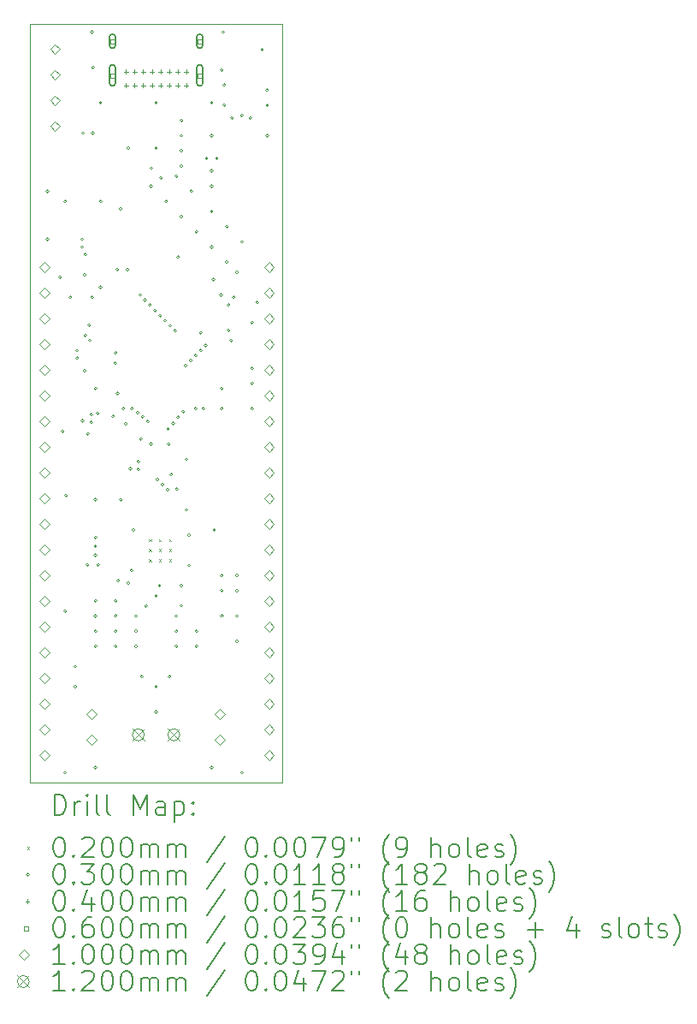
<source format=gbr>
%TF.GenerationSoftware,KiCad,Pcbnew,7.0.1-3b83917a11~171~ubuntu22.04.1*%
%TF.CreationDate,2023-04-15T23:20:16+01:00*%
%TF.ProjectId,spe_dongle,7370655f-646f-46e6-976c-652e6b696361,1.0*%
%TF.SameCoordinates,Original*%
%TF.FileFunction,Drillmap*%
%TF.FilePolarity,Positive*%
%FSLAX45Y45*%
G04 Gerber Fmt 4.5, Leading zero omitted, Abs format (unit mm)*
G04 Created by KiCad (PCBNEW 7.0.1-3b83917a11~171~ubuntu22.04.1) date 2023-04-15 23:20:16*
%MOMM*%
%LPD*%
G01*
G04 APERTURE LIST*
%ADD10C,0.100000*%
%ADD11C,0.200000*%
%ADD12C,0.020000*%
%ADD13C,0.030000*%
%ADD14C,0.040000*%
%ADD15C,0.060000*%
%ADD16C,0.120000*%
G04 APERTURE END LIST*
D10*
X13750000Y-5000000D02*
X16250000Y-5000000D01*
X16250000Y-12500000D01*
X13750000Y-12500000D01*
X13750000Y-5000000D01*
D11*
D12*
X14929250Y-10090000D02*
X14949250Y-10110000D01*
X14949250Y-10090000D02*
X14929250Y-10110000D01*
X14929250Y-10190000D02*
X14949250Y-10210000D01*
X14949250Y-10190000D02*
X14929250Y-10210000D01*
X14929250Y-10290000D02*
X14949250Y-10310000D01*
X14949250Y-10290000D02*
X14929250Y-10310000D01*
X15029250Y-10090000D02*
X15049250Y-10110000D01*
X15049250Y-10090000D02*
X15029250Y-10110000D01*
X15029250Y-10190000D02*
X15049250Y-10210000D01*
X15049250Y-10190000D02*
X15029250Y-10210000D01*
X15029250Y-10290000D02*
X15049250Y-10310000D01*
X15049250Y-10290000D02*
X15029250Y-10310000D01*
X15129250Y-10090000D02*
X15149250Y-10110000D01*
X15149250Y-10090000D02*
X15129250Y-10110000D01*
X15129250Y-10190000D02*
X15149250Y-10210000D01*
X15149250Y-10190000D02*
X15129250Y-10210000D01*
X15129250Y-10290000D02*
X15149250Y-10310000D01*
X15149250Y-10290000D02*
X15129250Y-10310000D01*
D13*
X13940000Y-6650000D02*
G75*
G03*
X13940000Y-6650000I-15000J0D01*
G01*
X13940000Y-7125000D02*
G75*
G03*
X13940000Y-7125000I-15000J0D01*
G01*
X14065000Y-7500000D02*
G75*
G03*
X14065000Y-7500000I-15000J0D01*
G01*
X14090000Y-9025000D02*
G75*
G03*
X14090000Y-9025000I-15000J0D01*
G01*
X14115000Y-6750000D02*
G75*
G03*
X14115000Y-6750000I-15000J0D01*
G01*
X14115000Y-10800000D02*
G75*
G03*
X14115000Y-10800000I-15000J0D01*
G01*
X14115000Y-12400000D02*
G75*
G03*
X14115000Y-12400000I-15000J0D01*
G01*
X14124250Y-9660000D02*
G75*
G03*
X14124250Y-9660000I-15000J0D01*
G01*
X14165000Y-7700000D02*
G75*
G03*
X14165000Y-7700000I-15000J0D01*
G01*
X14215000Y-11350000D02*
G75*
G03*
X14215000Y-11350000I-15000J0D01*
G01*
X14215000Y-11550000D02*
G75*
G03*
X14215000Y-11550000I-15000J0D01*
G01*
X14230875Y-8226625D02*
G75*
G03*
X14230875Y-8226625I-15000J0D01*
G01*
X14232500Y-8300000D02*
G75*
G03*
X14232500Y-8300000I-15000J0D01*
G01*
X14282500Y-7125000D02*
G75*
G03*
X14282500Y-7125000I-15000J0D01*
G01*
X14282500Y-7200000D02*
G75*
G03*
X14282500Y-7200000I-15000J0D01*
G01*
X14286250Y-8921250D02*
G75*
G03*
X14286250Y-8921250I-15000J0D01*
G01*
X14290000Y-6075000D02*
G75*
G03*
X14290000Y-6075000I-15000J0D01*
G01*
X14307500Y-7475000D02*
G75*
G03*
X14307500Y-7475000I-15000J0D01*
G01*
X14307500Y-8425000D02*
G75*
G03*
X14307500Y-8425000I-15000J0D01*
G01*
X14314250Y-8075000D02*
G75*
G03*
X14314250Y-8075000I-15000J0D01*
G01*
X14315000Y-7275000D02*
G75*
G03*
X14315000Y-7275000I-15000J0D01*
G01*
X14334250Y-10345000D02*
G75*
G03*
X14334250Y-10345000I-15000J0D01*
G01*
X14340000Y-9050000D02*
G75*
G03*
X14340000Y-9050000I-15000J0D01*
G01*
X14352125Y-7972875D02*
G75*
G03*
X14352125Y-7972875I-15000J0D01*
G01*
X14357500Y-8125000D02*
G75*
G03*
X14357500Y-8125000I-15000J0D01*
G01*
X14373750Y-8858750D02*
G75*
G03*
X14373750Y-8858750I-15000J0D01*
G01*
X14374625Y-8934625D02*
G75*
G03*
X14374625Y-8934625I-15000J0D01*
G01*
X14379250Y-5075000D02*
G75*
G03*
X14379250Y-5075000I-15000J0D01*
G01*
X14382500Y-7700000D02*
G75*
G03*
X14382500Y-7700000I-15000J0D01*
G01*
X14390000Y-5425000D02*
G75*
G03*
X14390000Y-5425000I-15000J0D01*
G01*
X14390000Y-6075000D02*
G75*
G03*
X14390000Y-6075000I-15000J0D01*
G01*
X14415000Y-8600000D02*
G75*
G03*
X14415000Y-8600000I-15000J0D01*
G01*
X14415000Y-9700000D02*
G75*
G03*
X14415000Y-9700000I-15000J0D01*
G01*
X14415000Y-10075000D02*
G75*
G03*
X14415000Y-10075000I-15000J0D01*
G01*
X14415000Y-10160050D02*
G75*
G03*
X14415000Y-10160050I-15000J0D01*
G01*
X14415000Y-10250000D02*
G75*
G03*
X14415000Y-10250000I-15000J0D01*
G01*
X14415000Y-10700000D02*
G75*
G03*
X14415000Y-10700000I-15000J0D01*
G01*
X14415000Y-10850000D02*
G75*
G03*
X14415000Y-10850000I-15000J0D01*
G01*
X14415000Y-11000000D02*
G75*
G03*
X14415000Y-11000000I-15000J0D01*
G01*
X14415000Y-11150000D02*
G75*
G03*
X14415000Y-11150000I-15000J0D01*
G01*
X14415000Y-12350000D02*
G75*
G03*
X14415000Y-12350000I-15000J0D01*
G01*
X14436250Y-8846250D02*
G75*
G03*
X14436250Y-8846250I-15000J0D01*
G01*
X14439250Y-10345000D02*
G75*
G03*
X14439250Y-10345000I-15000J0D01*
G01*
X14465000Y-5775000D02*
G75*
G03*
X14465000Y-5775000I-15000J0D01*
G01*
X14465000Y-6750000D02*
G75*
G03*
X14465000Y-6750000I-15000J0D01*
G01*
X14465000Y-7600000D02*
G75*
G03*
X14465000Y-7600000I-15000J0D01*
G01*
X14590000Y-8875000D02*
G75*
G03*
X14590000Y-8875000I-15000J0D01*
G01*
X14609250Y-8350000D02*
G75*
G03*
X14609250Y-8350000I-15000J0D01*
G01*
X14614250Y-8250000D02*
G75*
G03*
X14614250Y-8250000I-15000J0D01*
G01*
X14615000Y-10700000D02*
G75*
G03*
X14615000Y-10700000I-15000J0D01*
G01*
X14615000Y-10850000D02*
G75*
G03*
X14615000Y-10850000I-15000J0D01*
G01*
X14615000Y-11000000D02*
G75*
G03*
X14615000Y-11000000I-15000J0D01*
G01*
X14615000Y-11150000D02*
G75*
G03*
X14615000Y-11150000I-15000J0D01*
G01*
X14632500Y-7425000D02*
G75*
G03*
X14632500Y-7425000I-15000J0D01*
G01*
X14632500Y-8650000D02*
G75*
G03*
X14632500Y-8650000I-15000J0D01*
G01*
X14640000Y-10500000D02*
G75*
G03*
X14640000Y-10500000I-15000J0D01*
G01*
X14665000Y-6825000D02*
G75*
G03*
X14665000Y-6825000I-15000J0D01*
G01*
X14665000Y-9700000D02*
G75*
G03*
X14665000Y-9700000I-15000J0D01*
G01*
X14689250Y-8800000D02*
G75*
G03*
X14689250Y-8800000I-15000J0D01*
G01*
X14715000Y-8950000D02*
G75*
G03*
X14715000Y-8950000I-15000J0D01*
G01*
X14732500Y-7425000D02*
G75*
G03*
X14732500Y-7425000I-15000J0D01*
G01*
X14740000Y-6225000D02*
G75*
G03*
X14740000Y-6225000I-15000J0D01*
G01*
X14740000Y-10525000D02*
G75*
G03*
X14740000Y-10525000I-15000J0D01*
G01*
X14759625Y-9394625D02*
G75*
G03*
X14759625Y-9394625I-15000J0D01*
G01*
X14773000Y-10400000D02*
G75*
G03*
X14773000Y-10400000I-15000J0D01*
G01*
X14774250Y-8800000D02*
G75*
G03*
X14774250Y-8800000I-15000J0D01*
G01*
X14790000Y-10000000D02*
G75*
G03*
X14790000Y-10000000I-15000J0D01*
G01*
X14815000Y-10850000D02*
G75*
G03*
X14815000Y-10850000I-15000J0D01*
G01*
X14815000Y-11000000D02*
G75*
G03*
X14815000Y-11000000I-15000J0D01*
G01*
X14815000Y-11150000D02*
G75*
G03*
X14815000Y-11150000I-15000J0D01*
G01*
X14832500Y-8840000D02*
G75*
G03*
X14832500Y-8840000I-15000J0D01*
G01*
X14840000Y-9325000D02*
G75*
G03*
X14840000Y-9325000I-15000J0D01*
G01*
X14840000Y-9400000D02*
G75*
G03*
X14840000Y-9400000I-15000J0D01*
G01*
X14857500Y-7675000D02*
G75*
G03*
X14857500Y-7675000I-15000J0D01*
G01*
X14865000Y-9100000D02*
G75*
G03*
X14865000Y-9100000I-15000J0D01*
G01*
X14873000Y-11450000D02*
G75*
G03*
X14873000Y-11450000I-15000J0D01*
G01*
X14882500Y-8880000D02*
G75*
G03*
X14882500Y-8880000I-15000J0D01*
G01*
X14904250Y-7725000D02*
G75*
G03*
X14904250Y-7725000I-15000J0D01*
G01*
X14915000Y-10750000D02*
G75*
G03*
X14915000Y-10750000I-15000J0D01*
G01*
X14932500Y-8925000D02*
G75*
G03*
X14932500Y-8925000I-15000J0D01*
G01*
X14954250Y-7775000D02*
G75*
G03*
X14954250Y-7775000I-15000J0D01*
G01*
X14965000Y-6600000D02*
G75*
G03*
X14965000Y-6600000I-15000J0D01*
G01*
X14965000Y-9150000D02*
G75*
G03*
X14965000Y-9150000I-15000J0D01*
G01*
X14968410Y-6421590D02*
G75*
G03*
X14968410Y-6421590I-15000J0D01*
G01*
X15004250Y-7830000D02*
G75*
G03*
X15004250Y-7830000I-15000J0D01*
G01*
X15015000Y-5775000D02*
G75*
G03*
X15015000Y-5775000I-15000J0D01*
G01*
X15015000Y-6225000D02*
G75*
G03*
X15015000Y-6225000I-15000J0D01*
G01*
X15015000Y-10650000D02*
G75*
G03*
X15015000Y-10650000I-15000J0D01*
G01*
X15015000Y-11550000D02*
G75*
G03*
X15015000Y-11550000I-15000J0D01*
G01*
X15015000Y-11800000D02*
G75*
G03*
X15015000Y-11800000I-15000J0D01*
G01*
X15029250Y-9500000D02*
G75*
G03*
X15029250Y-9500000I-15000J0D01*
G01*
X15048000Y-10550000D02*
G75*
G03*
X15048000Y-10550000I-15000J0D01*
G01*
X15054250Y-7880000D02*
G75*
G03*
X15054250Y-7880000I-15000J0D01*
G01*
X15063035Y-6516215D02*
G75*
G03*
X15063035Y-6516215I-15000J0D01*
G01*
X15079250Y-9550000D02*
G75*
G03*
X15079250Y-9550000I-15000J0D01*
G01*
X15104250Y-7930000D02*
G75*
G03*
X15104250Y-7930000I-15000J0D01*
G01*
X15115000Y-6750000D02*
G75*
G03*
X15115000Y-6750000I-15000J0D01*
G01*
X15129250Y-9600000D02*
G75*
G03*
X15129250Y-9600000I-15000J0D01*
G01*
X15132500Y-9000000D02*
G75*
G03*
X15132500Y-9000000I-15000J0D01*
G01*
X15140000Y-9150000D02*
G75*
G03*
X15140000Y-9150000I-15000J0D01*
G01*
X15148000Y-11450000D02*
G75*
G03*
X15148000Y-11450000I-15000J0D01*
G01*
X15154250Y-7980000D02*
G75*
G03*
X15154250Y-7980000I-15000J0D01*
G01*
X15165000Y-9450000D02*
G75*
G03*
X15165000Y-9450000I-15000J0D01*
G01*
X15182500Y-8945000D02*
G75*
G03*
X15182500Y-8945000I-15000J0D01*
G01*
X15204250Y-8030000D02*
G75*
G03*
X15204250Y-8030000I-15000J0D01*
G01*
X15215000Y-6500000D02*
G75*
G03*
X15215000Y-6500000I-15000J0D01*
G01*
X15215000Y-10850000D02*
G75*
G03*
X15215000Y-10850000I-15000J0D01*
G01*
X15215000Y-11000000D02*
G75*
G03*
X15215000Y-11000000I-15000J0D01*
G01*
X15215000Y-11150000D02*
G75*
G03*
X15215000Y-11150000I-15000J0D01*
G01*
X15219250Y-9595000D02*
G75*
G03*
X15219250Y-9595000I-15000J0D01*
G01*
X15232500Y-7300000D02*
G75*
G03*
X15232500Y-7300000I-15000J0D01*
G01*
X15232500Y-8885000D02*
G75*
G03*
X15232500Y-8885000I-15000J0D01*
G01*
X15265000Y-5950000D02*
G75*
G03*
X15265000Y-5950000I-15000J0D01*
G01*
X15265000Y-6100000D02*
G75*
G03*
X15265000Y-6100000I-15000J0D01*
G01*
X15265000Y-6250000D02*
G75*
G03*
X15265000Y-6250000I-15000J0D01*
G01*
X15265000Y-6400000D02*
G75*
G03*
X15265000Y-6400000I-15000J0D01*
G01*
X15265000Y-6900000D02*
G75*
G03*
X15265000Y-6900000I-15000J0D01*
G01*
X15265000Y-10550000D02*
G75*
G03*
X15265000Y-10550000I-15000J0D01*
G01*
X15265000Y-10750000D02*
G75*
G03*
X15265000Y-10750000I-15000J0D01*
G01*
X15282500Y-8830000D02*
G75*
G03*
X15282500Y-8830000I-15000J0D01*
G01*
X15307500Y-8375000D02*
G75*
G03*
X15307500Y-8375000I-15000J0D01*
G01*
X15315000Y-9300000D02*
G75*
G03*
X15315000Y-9300000I-15000J0D01*
G01*
X15315000Y-9800000D02*
G75*
G03*
X15315000Y-9800000I-15000J0D01*
G01*
X15340000Y-10050000D02*
G75*
G03*
X15340000Y-10050000I-15000J0D01*
G01*
X15340000Y-10350000D02*
G75*
G03*
X15340000Y-10350000I-15000J0D01*
G01*
X15357500Y-8325000D02*
G75*
G03*
X15357500Y-8325000I-15000J0D01*
G01*
X15365000Y-6650000D02*
G75*
G03*
X15365000Y-6650000I-15000J0D01*
G01*
X15407500Y-8275000D02*
G75*
G03*
X15407500Y-8275000I-15000J0D01*
G01*
X15407500Y-8800000D02*
G75*
G03*
X15407500Y-8800000I-15000J0D01*
G01*
X15415000Y-7050000D02*
G75*
G03*
X15415000Y-7050000I-15000J0D01*
G01*
X15415000Y-11000000D02*
G75*
G03*
X15415000Y-11000000I-15000J0D01*
G01*
X15415000Y-11150000D02*
G75*
G03*
X15415000Y-11150000I-15000J0D01*
G01*
X15457500Y-8050000D02*
G75*
G03*
X15457500Y-8050000I-15000J0D01*
G01*
X15457500Y-8225000D02*
G75*
G03*
X15457500Y-8225000I-15000J0D01*
G01*
X15482500Y-8800000D02*
G75*
G03*
X15482500Y-8800000I-15000J0D01*
G01*
X15507500Y-8175000D02*
G75*
G03*
X15507500Y-8175000I-15000J0D01*
G01*
X15515000Y-6325000D02*
G75*
G03*
X15515000Y-6325000I-15000J0D01*
G01*
X15565000Y-5775000D02*
G75*
G03*
X15565000Y-5775000I-15000J0D01*
G01*
X15565000Y-6100000D02*
G75*
G03*
X15565000Y-6100000I-15000J0D01*
G01*
X15565000Y-6450000D02*
G75*
G03*
X15565000Y-6450000I-15000J0D01*
G01*
X15565000Y-6600000D02*
G75*
G03*
X15565000Y-6600000I-15000J0D01*
G01*
X15565000Y-6850000D02*
G75*
G03*
X15565000Y-6850000I-15000J0D01*
G01*
X15565000Y-7200000D02*
G75*
G03*
X15565000Y-7200000I-15000J0D01*
G01*
X15565000Y-12350000D02*
G75*
G03*
X15565000Y-12350000I-15000J0D01*
G01*
X15582500Y-7525000D02*
G75*
G03*
X15582500Y-7525000I-15000J0D01*
G01*
X15590000Y-10000000D02*
G75*
G03*
X15590000Y-10000000I-15000J0D01*
G01*
X15615000Y-6325000D02*
G75*
G03*
X15615000Y-6325000I-15000J0D01*
G01*
X15657500Y-7675000D02*
G75*
G03*
X15657500Y-7675000I-15000J0D01*
G01*
X15665000Y-5450000D02*
G75*
G03*
X15665000Y-5450000I-15000J0D01*
G01*
X15665000Y-8600000D02*
G75*
G03*
X15665000Y-8600000I-15000J0D01*
G01*
X15665000Y-8800000D02*
G75*
G03*
X15665000Y-8800000I-15000J0D01*
G01*
X15665000Y-10450000D02*
G75*
G03*
X15665000Y-10450000I-15000J0D01*
G01*
X15665000Y-10600000D02*
G75*
G03*
X15665000Y-10600000I-15000J0D01*
G01*
X15665000Y-10850000D02*
G75*
G03*
X15665000Y-10850000I-15000J0D01*
G01*
X15679250Y-5075000D02*
G75*
G03*
X15679250Y-5075000I-15000J0D01*
G01*
X15690000Y-5600000D02*
G75*
G03*
X15690000Y-5600000I-15000J0D01*
G01*
X15690000Y-5800000D02*
G75*
G03*
X15690000Y-5800000I-15000J0D01*
G01*
X15715000Y-7000000D02*
G75*
G03*
X15715000Y-7000000I-15000J0D01*
G01*
X15715000Y-7350000D02*
G75*
G03*
X15715000Y-7350000I-15000J0D01*
G01*
X15732500Y-7775000D02*
G75*
G03*
X15732500Y-7775000I-15000J0D01*
G01*
X15732500Y-8025000D02*
G75*
G03*
X15732500Y-8025000I-15000J0D01*
G01*
X15757500Y-8125000D02*
G75*
G03*
X15757500Y-8125000I-15000J0D01*
G01*
X15765000Y-5925000D02*
G75*
G03*
X15765000Y-5925000I-15000J0D01*
G01*
X15782500Y-7700000D02*
G75*
G03*
X15782500Y-7700000I-15000J0D01*
G01*
X15815000Y-7450000D02*
G75*
G03*
X15815000Y-7450000I-15000J0D01*
G01*
X15815000Y-10450000D02*
G75*
G03*
X15815000Y-10450000I-15000J0D01*
G01*
X15815000Y-10600000D02*
G75*
G03*
X15815000Y-10600000I-15000J0D01*
G01*
X15815000Y-10850000D02*
G75*
G03*
X15815000Y-10850000I-15000J0D01*
G01*
X15815000Y-11100000D02*
G75*
G03*
X15815000Y-11100000I-15000J0D01*
G01*
X15865000Y-5900000D02*
G75*
G03*
X15865000Y-5900000I-15000J0D01*
G01*
X15865000Y-7150000D02*
G75*
G03*
X15865000Y-7150000I-15000J0D01*
G01*
X15865000Y-12400000D02*
G75*
G03*
X15865000Y-12400000I-15000J0D01*
G01*
X15947500Y-5925000D02*
G75*
G03*
X15947500Y-5925000I-15000J0D01*
G01*
X15965000Y-7950000D02*
G75*
G03*
X15965000Y-7950000I-15000J0D01*
G01*
X15965000Y-8400000D02*
G75*
G03*
X15965000Y-8400000I-15000J0D01*
G01*
X15965000Y-8550000D02*
G75*
G03*
X15965000Y-8550000I-15000J0D01*
G01*
X15965000Y-8800000D02*
G75*
G03*
X15965000Y-8800000I-15000J0D01*
G01*
X16015000Y-7750000D02*
G75*
G03*
X16015000Y-7750000I-15000J0D01*
G01*
X16065000Y-5250000D02*
G75*
G03*
X16065000Y-5250000I-15000J0D01*
G01*
X16115000Y-5650000D02*
G75*
G03*
X16115000Y-5650000I-15000J0D01*
G01*
X16115000Y-5800000D02*
G75*
G03*
X16115000Y-5800000I-15000J0D01*
G01*
X16115000Y-6100000D02*
G75*
G03*
X16115000Y-6100000I-15000J0D01*
G01*
D14*
X14702500Y-5447500D02*
X14702500Y-5487500D01*
X14682500Y-5467500D02*
X14722500Y-5467500D01*
X14702500Y-5582500D02*
X14702500Y-5622500D01*
X14682500Y-5602500D02*
X14722500Y-5602500D01*
X14787500Y-5447500D02*
X14787500Y-5487500D01*
X14767500Y-5467500D02*
X14807500Y-5467500D01*
X14787500Y-5582500D02*
X14787500Y-5622500D01*
X14767500Y-5602500D02*
X14807500Y-5602500D01*
X14872500Y-5447500D02*
X14872500Y-5487500D01*
X14852500Y-5467500D02*
X14892500Y-5467500D01*
X14872500Y-5582500D02*
X14872500Y-5622500D01*
X14852500Y-5602500D02*
X14892500Y-5602500D01*
X14957500Y-5447500D02*
X14957500Y-5487500D01*
X14937500Y-5467500D02*
X14977500Y-5467500D01*
X14957500Y-5582500D02*
X14957500Y-5622500D01*
X14937500Y-5602500D02*
X14977500Y-5602500D01*
X15042500Y-5447500D02*
X15042500Y-5487500D01*
X15022500Y-5467500D02*
X15062500Y-5467500D01*
X15042500Y-5582500D02*
X15042500Y-5622500D01*
X15022500Y-5602500D02*
X15062500Y-5602500D01*
X15127500Y-5447500D02*
X15127500Y-5487500D01*
X15107500Y-5467500D02*
X15147500Y-5467500D01*
X15127500Y-5582500D02*
X15127500Y-5622500D01*
X15107500Y-5602500D02*
X15147500Y-5602500D01*
X15212500Y-5447500D02*
X15212500Y-5487500D01*
X15192500Y-5467500D02*
X15232500Y-5467500D01*
X15212500Y-5582500D02*
X15212500Y-5622500D01*
X15192500Y-5602500D02*
X15232500Y-5602500D01*
X15297500Y-5447500D02*
X15297500Y-5487500D01*
X15277500Y-5467500D02*
X15317500Y-5467500D01*
X15297500Y-5582500D02*
X15297500Y-5622500D01*
X15277500Y-5602500D02*
X15317500Y-5602500D01*
D15*
X14588713Y-5187713D02*
X14588713Y-5145287D01*
X14546287Y-5145287D01*
X14546287Y-5187713D01*
X14588713Y-5187713D01*
D11*
X14597500Y-5206500D02*
X14597500Y-5126500D01*
X14597500Y-5126500D02*
G75*
G03*
X14537500Y-5126500I-30000J0D01*
G01*
X14537500Y-5126500D02*
X14537500Y-5206500D01*
X14537500Y-5206500D02*
G75*
G03*
X14597500Y-5206500I30000J0D01*
G01*
D15*
X14588713Y-5525713D02*
X14588713Y-5483287D01*
X14546287Y-5483287D01*
X14546287Y-5525713D01*
X14588713Y-5525713D01*
D11*
X14597500Y-5579500D02*
X14597500Y-5429500D01*
X14597500Y-5429500D02*
G75*
G03*
X14537500Y-5429500I-30000J0D01*
G01*
X14537500Y-5429500D02*
X14537500Y-5579500D01*
X14537500Y-5579500D02*
G75*
G03*
X14597500Y-5579500I30000J0D01*
G01*
D15*
X15453713Y-5187713D02*
X15453713Y-5145287D01*
X15411287Y-5145287D01*
X15411287Y-5187713D01*
X15453713Y-5187713D01*
D11*
X15462500Y-5206500D02*
X15462500Y-5126500D01*
X15462500Y-5126500D02*
G75*
G03*
X15402500Y-5126500I-30000J0D01*
G01*
X15402500Y-5126500D02*
X15402500Y-5206500D01*
X15402500Y-5206500D02*
G75*
G03*
X15462500Y-5206500I30000J0D01*
G01*
D15*
X15453713Y-5525713D02*
X15453713Y-5483287D01*
X15411287Y-5483287D01*
X15411287Y-5525713D01*
X15453713Y-5525713D01*
D11*
X15462500Y-5579500D02*
X15462500Y-5429500D01*
X15462500Y-5429500D02*
G75*
G03*
X15402500Y-5429500I-30000J0D01*
G01*
X15402500Y-5429500D02*
X15402500Y-5579500D01*
X15402500Y-5579500D02*
G75*
G03*
X15462500Y-5579500I30000J0D01*
G01*
D10*
X13892500Y-7450000D02*
X13942500Y-7400000D01*
X13892500Y-7350000D01*
X13842500Y-7400000D01*
X13892500Y-7450000D01*
X13892500Y-7704000D02*
X13942500Y-7654000D01*
X13892500Y-7604000D01*
X13842500Y-7654000D01*
X13892500Y-7704000D01*
X13892500Y-7958000D02*
X13942500Y-7908000D01*
X13892500Y-7858000D01*
X13842500Y-7908000D01*
X13892500Y-7958000D01*
X13892500Y-8212000D02*
X13942500Y-8162000D01*
X13892500Y-8112000D01*
X13842500Y-8162000D01*
X13892500Y-8212000D01*
X13892500Y-8466000D02*
X13942500Y-8416000D01*
X13892500Y-8366000D01*
X13842500Y-8416000D01*
X13892500Y-8466000D01*
X13892500Y-8720000D02*
X13942500Y-8670000D01*
X13892500Y-8620000D01*
X13842500Y-8670000D01*
X13892500Y-8720000D01*
X13892500Y-8974000D02*
X13942500Y-8924000D01*
X13892500Y-8874000D01*
X13842500Y-8924000D01*
X13892500Y-8974000D01*
X13892500Y-9228000D02*
X13942500Y-9178000D01*
X13892500Y-9128000D01*
X13842500Y-9178000D01*
X13892500Y-9228000D01*
X13892500Y-9482000D02*
X13942500Y-9432000D01*
X13892500Y-9382000D01*
X13842500Y-9432000D01*
X13892500Y-9482000D01*
X13892500Y-9736000D02*
X13942500Y-9686000D01*
X13892500Y-9636000D01*
X13842500Y-9686000D01*
X13892500Y-9736000D01*
X13892500Y-9990000D02*
X13942500Y-9940000D01*
X13892500Y-9890000D01*
X13842500Y-9940000D01*
X13892500Y-9990000D01*
X13892500Y-10244000D02*
X13942500Y-10194000D01*
X13892500Y-10144000D01*
X13842500Y-10194000D01*
X13892500Y-10244000D01*
X13892500Y-10498000D02*
X13942500Y-10448000D01*
X13892500Y-10398000D01*
X13842500Y-10448000D01*
X13892500Y-10498000D01*
X13892500Y-10752000D02*
X13942500Y-10702000D01*
X13892500Y-10652000D01*
X13842500Y-10702000D01*
X13892500Y-10752000D01*
X13892500Y-11006000D02*
X13942500Y-10956000D01*
X13892500Y-10906000D01*
X13842500Y-10956000D01*
X13892500Y-11006000D01*
X13892500Y-11260000D02*
X13942500Y-11210000D01*
X13892500Y-11160000D01*
X13842500Y-11210000D01*
X13892500Y-11260000D01*
X13892500Y-11514000D02*
X13942500Y-11464000D01*
X13892500Y-11414000D01*
X13842500Y-11464000D01*
X13892500Y-11514000D01*
X13892500Y-11768000D02*
X13942500Y-11718000D01*
X13892500Y-11668000D01*
X13842500Y-11718000D01*
X13892500Y-11768000D01*
X13892500Y-12022000D02*
X13942500Y-11972000D01*
X13892500Y-11922000D01*
X13842500Y-11972000D01*
X13892500Y-12022000D01*
X13892500Y-12276000D02*
X13942500Y-12226000D01*
X13892500Y-12176000D01*
X13842500Y-12226000D01*
X13892500Y-12276000D01*
X14000000Y-5295000D02*
X14050000Y-5245000D01*
X14000000Y-5195000D01*
X13950000Y-5245000D01*
X14000000Y-5295000D01*
X14000000Y-5549000D02*
X14050000Y-5499000D01*
X14000000Y-5449000D01*
X13950000Y-5499000D01*
X14000000Y-5549000D01*
X14000000Y-5803000D02*
X14050000Y-5753000D01*
X14000000Y-5703000D01*
X13950000Y-5753000D01*
X14000000Y-5803000D01*
X14000000Y-6057000D02*
X14050000Y-6007000D01*
X14000000Y-5957000D01*
X13950000Y-6007000D01*
X14000000Y-6057000D01*
X14358000Y-11871000D02*
X14408000Y-11821000D01*
X14358000Y-11771000D01*
X14308000Y-11821000D01*
X14358000Y-11871000D01*
X14358000Y-12125000D02*
X14408000Y-12075000D01*
X14358000Y-12025000D01*
X14308000Y-12075000D01*
X14358000Y-12125000D01*
X15633000Y-11871000D02*
X15683000Y-11821000D01*
X15633000Y-11771000D01*
X15583000Y-11821000D01*
X15633000Y-11871000D01*
X15633000Y-12125000D02*
X15683000Y-12075000D01*
X15633000Y-12025000D01*
X15583000Y-12075000D01*
X15633000Y-12125000D01*
X16117500Y-7450000D02*
X16167500Y-7400000D01*
X16117500Y-7350000D01*
X16067500Y-7400000D01*
X16117500Y-7450000D01*
X16117500Y-7704000D02*
X16167500Y-7654000D01*
X16117500Y-7604000D01*
X16067500Y-7654000D01*
X16117500Y-7704000D01*
X16117500Y-7958000D02*
X16167500Y-7908000D01*
X16117500Y-7858000D01*
X16067500Y-7908000D01*
X16117500Y-7958000D01*
X16117500Y-8212000D02*
X16167500Y-8162000D01*
X16117500Y-8112000D01*
X16067500Y-8162000D01*
X16117500Y-8212000D01*
X16117500Y-8466000D02*
X16167500Y-8416000D01*
X16117500Y-8366000D01*
X16067500Y-8416000D01*
X16117500Y-8466000D01*
X16117500Y-8720000D02*
X16167500Y-8670000D01*
X16117500Y-8620000D01*
X16067500Y-8670000D01*
X16117500Y-8720000D01*
X16117500Y-8974000D02*
X16167500Y-8924000D01*
X16117500Y-8874000D01*
X16067500Y-8924000D01*
X16117500Y-8974000D01*
X16117500Y-9228000D02*
X16167500Y-9178000D01*
X16117500Y-9128000D01*
X16067500Y-9178000D01*
X16117500Y-9228000D01*
X16117500Y-9482000D02*
X16167500Y-9432000D01*
X16117500Y-9382000D01*
X16067500Y-9432000D01*
X16117500Y-9482000D01*
X16117500Y-9736000D02*
X16167500Y-9686000D01*
X16117500Y-9636000D01*
X16067500Y-9686000D01*
X16117500Y-9736000D01*
X16117500Y-9990000D02*
X16167500Y-9940000D01*
X16117500Y-9890000D01*
X16067500Y-9940000D01*
X16117500Y-9990000D01*
X16117500Y-10244000D02*
X16167500Y-10194000D01*
X16117500Y-10144000D01*
X16067500Y-10194000D01*
X16117500Y-10244000D01*
X16117500Y-10498000D02*
X16167500Y-10448000D01*
X16117500Y-10398000D01*
X16067500Y-10448000D01*
X16117500Y-10498000D01*
X16117500Y-10752000D02*
X16167500Y-10702000D01*
X16117500Y-10652000D01*
X16067500Y-10702000D01*
X16117500Y-10752000D01*
X16117500Y-11006000D02*
X16167500Y-10956000D01*
X16117500Y-10906000D01*
X16067500Y-10956000D01*
X16117500Y-11006000D01*
X16117500Y-11260000D02*
X16167500Y-11210000D01*
X16117500Y-11160000D01*
X16067500Y-11210000D01*
X16117500Y-11260000D01*
X16117500Y-11514000D02*
X16167500Y-11464000D01*
X16117500Y-11414000D01*
X16067500Y-11464000D01*
X16117500Y-11514000D01*
X16117500Y-11768000D02*
X16167500Y-11718000D01*
X16117500Y-11668000D01*
X16067500Y-11718000D01*
X16117500Y-11768000D01*
X16117500Y-12022000D02*
X16167500Y-11972000D01*
X16117500Y-11922000D01*
X16067500Y-11972000D01*
X16117500Y-12022000D01*
X16117500Y-12276000D02*
X16167500Y-12226000D01*
X16117500Y-12176000D01*
X16067500Y-12226000D01*
X16117500Y-12276000D01*
D16*
X14765000Y-11965000D02*
X14885000Y-12085000D01*
X14885000Y-11965000D02*
X14765000Y-12085000D01*
X14885000Y-12025000D02*
G75*
G03*
X14885000Y-12025000I-60000J0D01*
G01*
X15115000Y-11965000D02*
X15235000Y-12085000D01*
X15235000Y-11965000D02*
X15115000Y-12085000D01*
X15235000Y-12025000D02*
G75*
G03*
X15235000Y-12025000I-60000J0D01*
G01*
D11*
X13992619Y-12817524D02*
X13992619Y-12617524D01*
X13992619Y-12617524D02*
X14040238Y-12617524D01*
X14040238Y-12617524D02*
X14068809Y-12627048D01*
X14068809Y-12627048D02*
X14087857Y-12646095D01*
X14087857Y-12646095D02*
X14097381Y-12665143D01*
X14097381Y-12665143D02*
X14106905Y-12703238D01*
X14106905Y-12703238D02*
X14106905Y-12731809D01*
X14106905Y-12731809D02*
X14097381Y-12769905D01*
X14097381Y-12769905D02*
X14087857Y-12788952D01*
X14087857Y-12788952D02*
X14068809Y-12808000D01*
X14068809Y-12808000D02*
X14040238Y-12817524D01*
X14040238Y-12817524D02*
X13992619Y-12817524D01*
X14192619Y-12817524D02*
X14192619Y-12684190D01*
X14192619Y-12722286D02*
X14202143Y-12703238D01*
X14202143Y-12703238D02*
X14211667Y-12693714D01*
X14211667Y-12693714D02*
X14230714Y-12684190D01*
X14230714Y-12684190D02*
X14249762Y-12684190D01*
X14316428Y-12817524D02*
X14316428Y-12684190D01*
X14316428Y-12617524D02*
X14306905Y-12627048D01*
X14306905Y-12627048D02*
X14316428Y-12636571D01*
X14316428Y-12636571D02*
X14325952Y-12627048D01*
X14325952Y-12627048D02*
X14316428Y-12617524D01*
X14316428Y-12617524D02*
X14316428Y-12636571D01*
X14440238Y-12817524D02*
X14421190Y-12808000D01*
X14421190Y-12808000D02*
X14411667Y-12788952D01*
X14411667Y-12788952D02*
X14411667Y-12617524D01*
X14545000Y-12817524D02*
X14525952Y-12808000D01*
X14525952Y-12808000D02*
X14516428Y-12788952D01*
X14516428Y-12788952D02*
X14516428Y-12617524D01*
X14773571Y-12817524D02*
X14773571Y-12617524D01*
X14773571Y-12617524D02*
X14840238Y-12760381D01*
X14840238Y-12760381D02*
X14906905Y-12617524D01*
X14906905Y-12617524D02*
X14906905Y-12817524D01*
X15087857Y-12817524D02*
X15087857Y-12712762D01*
X15087857Y-12712762D02*
X15078333Y-12693714D01*
X15078333Y-12693714D02*
X15059286Y-12684190D01*
X15059286Y-12684190D02*
X15021190Y-12684190D01*
X15021190Y-12684190D02*
X15002143Y-12693714D01*
X15087857Y-12808000D02*
X15068809Y-12817524D01*
X15068809Y-12817524D02*
X15021190Y-12817524D01*
X15021190Y-12817524D02*
X15002143Y-12808000D01*
X15002143Y-12808000D02*
X14992619Y-12788952D01*
X14992619Y-12788952D02*
X14992619Y-12769905D01*
X14992619Y-12769905D02*
X15002143Y-12750857D01*
X15002143Y-12750857D02*
X15021190Y-12741333D01*
X15021190Y-12741333D02*
X15068809Y-12741333D01*
X15068809Y-12741333D02*
X15087857Y-12731809D01*
X15183095Y-12684190D02*
X15183095Y-12884190D01*
X15183095Y-12693714D02*
X15202143Y-12684190D01*
X15202143Y-12684190D02*
X15240238Y-12684190D01*
X15240238Y-12684190D02*
X15259286Y-12693714D01*
X15259286Y-12693714D02*
X15268809Y-12703238D01*
X15268809Y-12703238D02*
X15278333Y-12722286D01*
X15278333Y-12722286D02*
X15278333Y-12779428D01*
X15278333Y-12779428D02*
X15268809Y-12798476D01*
X15268809Y-12798476D02*
X15259286Y-12808000D01*
X15259286Y-12808000D02*
X15240238Y-12817524D01*
X15240238Y-12817524D02*
X15202143Y-12817524D01*
X15202143Y-12817524D02*
X15183095Y-12808000D01*
X15364048Y-12798476D02*
X15373571Y-12808000D01*
X15373571Y-12808000D02*
X15364048Y-12817524D01*
X15364048Y-12817524D02*
X15354524Y-12808000D01*
X15354524Y-12808000D02*
X15364048Y-12798476D01*
X15364048Y-12798476D02*
X15364048Y-12817524D01*
X15364048Y-12693714D02*
X15373571Y-12703238D01*
X15373571Y-12703238D02*
X15364048Y-12712762D01*
X15364048Y-12712762D02*
X15354524Y-12703238D01*
X15354524Y-12703238D02*
X15364048Y-12693714D01*
X15364048Y-12693714D02*
X15364048Y-12712762D01*
D12*
X13725000Y-13135000D02*
X13745000Y-13155000D01*
X13745000Y-13135000D02*
X13725000Y-13155000D01*
D11*
X14030714Y-13037524D02*
X14049762Y-13037524D01*
X14049762Y-13037524D02*
X14068809Y-13047048D01*
X14068809Y-13047048D02*
X14078333Y-13056571D01*
X14078333Y-13056571D02*
X14087857Y-13075619D01*
X14087857Y-13075619D02*
X14097381Y-13113714D01*
X14097381Y-13113714D02*
X14097381Y-13161333D01*
X14097381Y-13161333D02*
X14087857Y-13199428D01*
X14087857Y-13199428D02*
X14078333Y-13218476D01*
X14078333Y-13218476D02*
X14068809Y-13228000D01*
X14068809Y-13228000D02*
X14049762Y-13237524D01*
X14049762Y-13237524D02*
X14030714Y-13237524D01*
X14030714Y-13237524D02*
X14011667Y-13228000D01*
X14011667Y-13228000D02*
X14002143Y-13218476D01*
X14002143Y-13218476D02*
X13992619Y-13199428D01*
X13992619Y-13199428D02*
X13983095Y-13161333D01*
X13983095Y-13161333D02*
X13983095Y-13113714D01*
X13983095Y-13113714D02*
X13992619Y-13075619D01*
X13992619Y-13075619D02*
X14002143Y-13056571D01*
X14002143Y-13056571D02*
X14011667Y-13047048D01*
X14011667Y-13047048D02*
X14030714Y-13037524D01*
X14183095Y-13218476D02*
X14192619Y-13228000D01*
X14192619Y-13228000D02*
X14183095Y-13237524D01*
X14183095Y-13237524D02*
X14173571Y-13228000D01*
X14173571Y-13228000D02*
X14183095Y-13218476D01*
X14183095Y-13218476D02*
X14183095Y-13237524D01*
X14268809Y-13056571D02*
X14278333Y-13047048D01*
X14278333Y-13047048D02*
X14297381Y-13037524D01*
X14297381Y-13037524D02*
X14345000Y-13037524D01*
X14345000Y-13037524D02*
X14364048Y-13047048D01*
X14364048Y-13047048D02*
X14373571Y-13056571D01*
X14373571Y-13056571D02*
X14383095Y-13075619D01*
X14383095Y-13075619D02*
X14383095Y-13094667D01*
X14383095Y-13094667D02*
X14373571Y-13123238D01*
X14373571Y-13123238D02*
X14259286Y-13237524D01*
X14259286Y-13237524D02*
X14383095Y-13237524D01*
X14506905Y-13037524D02*
X14525952Y-13037524D01*
X14525952Y-13037524D02*
X14545000Y-13047048D01*
X14545000Y-13047048D02*
X14554524Y-13056571D01*
X14554524Y-13056571D02*
X14564048Y-13075619D01*
X14564048Y-13075619D02*
X14573571Y-13113714D01*
X14573571Y-13113714D02*
X14573571Y-13161333D01*
X14573571Y-13161333D02*
X14564048Y-13199428D01*
X14564048Y-13199428D02*
X14554524Y-13218476D01*
X14554524Y-13218476D02*
X14545000Y-13228000D01*
X14545000Y-13228000D02*
X14525952Y-13237524D01*
X14525952Y-13237524D02*
X14506905Y-13237524D01*
X14506905Y-13237524D02*
X14487857Y-13228000D01*
X14487857Y-13228000D02*
X14478333Y-13218476D01*
X14478333Y-13218476D02*
X14468809Y-13199428D01*
X14468809Y-13199428D02*
X14459286Y-13161333D01*
X14459286Y-13161333D02*
X14459286Y-13113714D01*
X14459286Y-13113714D02*
X14468809Y-13075619D01*
X14468809Y-13075619D02*
X14478333Y-13056571D01*
X14478333Y-13056571D02*
X14487857Y-13047048D01*
X14487857Y-13047048D02*
X14506905Y-13037524D01*
X14697381Y-13037524D02*
X14716429Y-13037524D01*
X14716429Y-13037524D02*
X14735476Y-13047048D01*
X14735476Y-13047048D02*
X14745000Y-13056571D01*
X14745000Y-13056571D02*
X14754524Y-13075619D01*
X14754524Y-13075619D02*
X14764048Y-13113714D01*
X14764048Y-13113714D02*
X14764048Y-13161333D01*
X14764048Y-13161333D02*
X14754524Y-13199428D01*
X14754524Y-13199428D02*
X14745000Y-13218476D01*
X14745000Y-13218476D02*
X14735476Y-13228000D01*
X14735476Y-13228000D02*
X14716429Y-13237524D01*
X14716429Y-13237524D02*
X14697381Y-13237524D01*
X14697381Y-13237524D02*
X14678333Y-13228000D01*
X14678333Y-13228000D02*
X14668809Y-13218476D01*
X14668809Y-13218476D02*
X14659286Y-13199428D01*
X14659286Y-13199428D02*
X14649762Y-13161333D01*
X14649762Y-13161333D02*
X14649762Y-13113714D01*
X14649762Y-13113714D02*
X14659286Y-13075619D01*
X14659286Y-13075619D02*
X14668809Y-13056571D01*
X14668809Y-13056571D02*
X14678333Y-13047048D01*
X14678333Y-13047048D02*
X14697381Y-13037524D01*
X14849762Y-13237524D02*
X14849762Y-13104190D01*
X14849762Y-13123238D02*
X14859286Y-13113714D01*
X14859286Y-13113714D02*
X14878333Y-13104190D01*
X14878333Y-13104190D02*
X14906905Y-13104190D01*
X14906905Y-13104190D02*
X14925952Y-13113714D01*
X14925952Y-13113714D02*
X14935476Y-13132762D01*
X14935476Y-13132762D02*
X14935476Y-13237524D01*
X14935476Y-13132762D02*
X14945000Y-13113714D01*
X14945000Y-13113714D02*
X14964048Y-13104190D01*
X14964048Y-13104190D02*
X14992619Y-13104190D01*
X14992619Y-13104190D02*
X15011667Y-13113714D01*
X15011667Y-13113714D02*
X15021190Y-13132762D01*
X15021190Y-13132762D02*
X15021190Y-13237524D01*
X15116429Y-13237524D02*
X15116429Y-13104190D01*
X15116429Y-13123238D02*
X15125952Y-13113714D01*
X15125952Y-13113714D02*
X15145000Y-13104190D01*
X15145000Y-13104190D02*
X15173571Y-13104190D01*
X15173571Y-13104190D02*
X15192619Y-13113714D01*
X15192619Y-13113714D02*
X15202143Y-13132762D01*
X15202143Y-13132762D02*
X15202143Y-13237524D01*
X15202143Y-13132762D02*
X15211667Y-13113714D01*
X15211667Y-13113714D02*
X15230714Y-13104190D01*
X15230714Y-13104190D02*
X15259286Y-13104190D01*
X15259286Y-13104190D02*
X15278333Y-13113714D01*
X15278333Y-13113714D02*
X15287857Y-13132762D01*
X15287857Y-13132762D02*
X15287857Y-13237524D01*
X15678333Y-13028000D02*
X15506905Y-13285143D01*
X15935476Y-13037524D02*
X15954524Y-13037524D01*
X15954524Y-13037524D02*
X15973572Y-13047048D01*
X15973572Y-13047048D02*
X15983095Y-13056571D01*
X15983095Y-13056571D02*
X15992619Y-13075619D01*
X15992619Y-13075619D02*
X16002143Y-13113714D01*
X16002143Y-13113714D02*
X16002143Y-13161333D01*
X16002143Y-13161333D02*
X15992619Y-13199428D01*
X15992619Y-13199428D02*
X15983095Y-13218476D01*
X15983095Y-13218476D02*
X15973572Y-13228000D01*
X15973572Y-13228000D02*
X15954524Y-13237524D01*
X15954524Y-13237524D02*
X15935476Y-13237524D01*
X15935476Y-13237524D02*
X15916429Y-13228000D01*
X15916429Y-13228000D02*
X15906905Y-13218476D01*
X15906905Y-13218476D02*
X15897381Y-13199428D01*
X15897381Y-13199428D02*
X15887857Y-13161333D01*
X15887857Y-13161333D02*
X15887857Y-13113714D01*
X15887857Y-13113714D02*
X15897381Y-13075619D01*
X15897381Y-13075619D02*
X15906905Y-13056571D01*
X15906905Y-13056571D02*
X15916429Y-13047048D01*
X15916429Y-13047048D02*
X15935476Y-13037524D01*
X16087857Y-13218476D02*
X16097381Y-13228000D01*
X16097381Y-13228000D02*
X16087857Y-13237524D01*
X16087857Y-13237524D02*
X16078333Y-13228000D01*
X16078333Y-13228000D02*
X16087857Y-13218476D01*
X16087857Y-13218476D02*
X16087857Y-13237524D01*
X16221191Y-13037524D02*
X16240238Y-13037524D01*
X16240238Y-13037524D02*
X16259286Y-13047048D01*
X16259286Y-13047048D02*
X16268810Y-13056571D01*
X16268810Y-13056571D02*
X16278333Y-13075619D01*
X16278333Y-13075619D02*
X16287857Y-13113714D01*
X16287857Y-13113714D02*
X16287857Y-13161333D01*
X16287857Y-13161333D02*
X16278333Y-13199428D01*
X16278333Y-13199428D02*
X16268810Y-13218476D01*
X16268810Y-13218476D02*
X16259286Y-13228000D01*
X16259286Y-13228000D02*
X16240238Y-13237524D01*
X16240238Y-13237524D02*
X16221191Y-13237524D01*
X16221191Y-13237524D02*
X16202143Y-13228000D01*
X16202143Y-13228000D02*
X16192619Y-13218476D01*
X16192619Y-13218476D02*
X16183095Y-13199428D01*
X16183095Y-13199428D02*
X16173572Y-13161333D01*
X16173572Y-13161333D02*
X16173572Y-13113714D01*
X16173572Y-13113714D02*
X16183095Y-13075619D01*
X16183095Y-13075619D02*
X16192619Y-13056571D01*
X16192619Y-13056571D02*
X16202143Y-13047048D01*
X16202143Y-13047048D02*
X16221191Y-13037524D01*
X16411667Y-13037524D02*
X16430714Y-13037524D01*
X16430714Y-13037524D02*
X16449762Y-13047048D01*
X16449762Y-13047048D02*
X16459286Y-13056571D01*
X16459286Y-13056571D02*
X16468810Y-13075619D01*
X16468810Y-13075619D02*
X16478333Y-13113714D01*
X16478333Y-13113714D02*
X16478333Y-13161333D01*
X16478333Y-13161333D02*
X16468810Y-13199428D01*
X16468810Y-13199428D02*
X16459286Y-13218476D01*
X16459286Y-13218476D02*
X16449762Y-13228000D01*
X16449762Y-13228000D02*
X16430714Y-13237524D01*
X16430714Y-13237524D02*
X16411667Y-13237524D01*
X16411667Y-13237524D02*
X16392619Y-13228000D01*
X16392619Y-13228000D02*
X16383095Y-13218476D01*
X16383095Y-13218476D02*
X16373572Y-13199428D01*
X16373572Y-13199428D02*
X16364048Y-13161333D01*
X16364048Y-13161333D02*
X16364048Y-13113714D01*
X16364048Y-13113714D02*
X16373572Y-13075619D01*
X16373572Y-13075619D02*
X16383095Y-13056571D01*
X16383095Y-13056571D02*
X16392619Y-13047048D01*
X16392619Y-13047048D02*
X16411667Y-13037524D01*
X16545000Y-13037524D02*
X16678333Y-13037524D01*
X16678333Y-13037524D02*
X16592619Y-13237524D01*
X16764048Y-13237524D02*
X16802143Y-13237524D01*
X16802143Y-13237524D02*
X16821191Y-13228000D01*
X16821191Y-13228000D02*
X16830715Y-13218476D01*
X16830715Y-13218476D02*
X16849762Y-13189905D01*
X16849762Y-13189905D02*
X16859286Y-13151809D01*
X16859286Y-13151809D02*
X16859286Y-13075619D01*
X16859286Y-13075619D02*
X16849762Y-13056571D01*
X16849762Y-13056571D02*
X16840238Y-13047048D01*
X16840238Y-13047048D02*
X16821191Y-13037524D01*
X16821191Y-13037524D02*
X16783095Y-13037524D01*
X16783095Y-13037524D02*
X16764048Y-13047048D01*
X16764048Y-13047048D02*
X16754524Y-13056571D01*
X16754524Y-13056571D02*
X16745000Y-13075619D01*
X16745000Y-13075619D02*
X16745000Y-13123238D01*
X16745000Y-13123238D02*
X16754524Y-13142286D01*
X16754524Y-13142286D02*
X16764048Y-13151809D01*
X16764048Y-13151809D02*
X16783095Y-13161333D01*
X16783095Y-13161333D02*
X16821191Y-13161333D01*
X16821191Y-13161333D02*
X16840238Y-13151809D01*
X16840238Y-13151809D02*
X16849762Y-13142286D01*
X16849762Y-13142286D02*
X16859286Y-13123238D01*
X16935476Y-13037524D02*
X16935476Y-13075619D01*
X17011667Y-13037524D02*
X17011667Y-13075619D01*
X17306905Y-13313714D02*
X17297381Y-13304190D01*
X17297381Y-13304190D02*
X17278334Y-13275619D01*
X17278334Y-13275619D02*
X17268810Y-13256571D01*
X17268810Y-13256571D02*
X17259286Y-13228000D01*
X17259286Y-13228000D02*
X17249762Y-13180381D01*
X17249762Y-13180381D02*
X17249762Y-13142286D01*
X17249762Y-13142286D02*
X17259286Y-13094667D01*
X17259286Y-13094667D02*
X17268810Y-13066095D01*
X17268810Y-13066095D02*
X17278334Y-13047048D01*
X17278334Y-13047048D02*
X17297381Y-13018476D01*
X17297381Y-13018476D02*
X17306905Y-13008952D01*
X17392619Y-13237524D02*
X17430715Y-13237524D01*
X17430715Y-13237524D02*
X17449762Y-13228000D01*
X17449762Y-13228000D02*
X17459286Y-13218476D01*
X17459286Y-13218476D02*
X17478334Y-13189905D01*
X17478334Y-13189905D02*
X17487857Y-13151809D01*
X17487857Y-13151809D02*
X17487857Y-13075619D01*
X17487857Y-13075619D02*
X17478334Y-13056571D01*
X17478334Y-13056571D02*
X17468810Y-13047048D01*
X17468810Y-13047048D02*
X17449762Y-13037524D01*
X17449762Y-13037524D02*
X17411667Y-13037524D01*
X17411667Y-13037524D02*
X17392619Y-13047048D01*
X17392619Y-13047048D02*
X17383096Y-13056571D01*
X17383096Y-13056571D02*
X17373572Y-13075619D01*
X17373572Y-13075619D02*
X17373572Y-13123238D01*
X17373572Y-13123238D02*
X17383096Y-13142286D01*
X17383096Y-13142286D02*
X17392619Y-13151809D01*
X17392619Y-13151809D02*
X17411667Y-13161333D01*
X17411667Y-13161333D02*
X17449762Y-13161333D01*
X17449762Y-13161333D02*
X17468810Y-13151809D01*
X17468810Y-13151809D02*
X17478334Y-13142286D01*
X17478334Y-13142286D02*
X17487857Y-13123238D01*
X17725953Y-13237524D02*
X17725953Y-13037524D01*
X17811667Y-13237524D02*
X17811667Y-13132762D01*
X17811667Y-13132762D02*
X17802143Y-13113714D01*
X17802143Y-13113714D02*
X17783096Y-13104190D01*
X17783096Y-13104190D02*
X17754524Y-13104190D01*
X17754524Y-13104190D02*
X17735477Y-13113714D01*
X17735477Y-13113714D02*
X17725953Y-13123238D01*
X17935477Y-13237524D02*
X17916429Y-13228000D01*
X17916429Y-13228000D02*
X17906905Y-13218476D01*
X17906905Y-13218476D02*
X17897381Y-13199428D01*
X17897381Y-13199428D02*
X17897381Y-13142286D01*
X17897381Y-13142286D02*
X17906905Y-13123238D01*
X17906905Y-13123238D02*
X17916429Y-13113714D01*
X17916429Y-13113714D02*
X17935477Y-13104190D01*
X17935477Y-13104190D02*
X17964048Y-13104190D01*
X17964048Y-13104190D02*
X17983096Y-13113714D01*
X17983096Y-13113714D02*
X17992619Y-13123238D01*
X17992619Y-13123238D02*
X18002143Y-13142286D01*
X18002143Y-13142286D02*
X18002143Y-13199428D01*
X18002143Y-13199428D02*
X17992619Y-13218476D01*
X17992619Y-13218476D02*
X17983096Y-13228000D01*
X17983096Y-13228000D02*
X17964048Y-13237524D01*
X17964048Y-13237524D02*
X17935477Y-13237524D01*
X18116429Y-13237524D02*
X18097381Y-13228000D01*
X18097381Y-13228000D02*
X18087858Y-13208952D01*
X18087858Y-13208952D02*
X18087858Y-13037524D01*
X18268810Y-13228000D02*
X18249762Y-13237524D01*
X18249762Y-13237524D02*
X18211667Y-13237524D01*
X18211667Y-13237524D02*
X18192619Y-13228000D01*
X18192619Y-13228000D02*
X18183096Y-13208952D01*
X18183096Y-13208952D02*
X18183096Y-13132762D01*
X18183096Y-13132762D02*
X18192619Y-13113714D01*
X18192619Y-13113714D02*
X18211667Y-13104190D01*
X18211667Y-13104190D02*
X18249762Y-13104190D01*
X18249762Y-13104190D02*
X18268810Y-13113714D01*
X18268810Y-13113714D02*
X18278334Y-13132762D01*
X18278334Y-13132762D02*
X18278334Y-13151809D01*
X18278334Y-13151809D02*
X18183096Y-13170857D01*
X18354524Y-13228000D02*
X18373572Y-13237524D01*
X18373572Y-13237524D02*
X18411667Y-13237524D01*
X18411667Y-13237524D02*
X18430715Y-13228000D01*
X18430715Y-13228000D02*
X18440239Y-13208952D01*
X18440239Y-13208952D02*
X18440239Y-13199428D01*
X18440239Y-13199428D02*
X18430715Y-13180381D01*
X18430715Y-13180381D02*
X18411667Y-13170857D01*
X18411667Y-13170857D02*
X18383096Y-13170857D01*
X18383096Y-13170857D02*
X18364048Y-13161333D01*
X18364048Y-13161333D02*
X18354524Y-13142286D01*
X18354524Y-13142286D02*
X18354524Y-13132762D01*
X18354524Y-13132762D02*
X18364048Y-13113714D01*
X18364048Y-13113714D02*
X18383096Y-13104190D01*
X18383096Y-13104190D02*
X18411667Y-13104190D01*
X18411667Y-13104190D02*
X18430715Y-13113714D01*
X18506905Y-13313714D02*
X18516429Y-13304190D01*
X18516429Y-13304190D02*
X18535477Y-13275619D01*
X18535477Y-13275619D02*
X18545000Y-13256571D01*
X18545000Y-13256571D02*
X18554524Y-13228000D01*
X18554524Y-13228000D02*
X18564048Y-13180381D01*
X18564048Y-13180381D02*
X18564048Y-13142286D01*
X18564048Y-13142286D02*
X18554524Y-13094667D01*
X18554524Y-13094667D02*
X18545000Y-13066095D01*
X18545000Y-13066095D02*
X18535477Y-13047048D01*
X18535477Y-13047048D02*
X18516429Y-13018476D01*
X18516429Y-13018476D02*
X18506905Y-13008952D01*
D13*
X13745000Y-13409000D02*
G75*
G03*
X13745000Y-13409000I-15000J0D01*
G01*
D11*
X14030714Y-13301524D02*
X14049762Y-13301524D01*
X14049762Y-13301524D02*
X14068809Y-13311048D01*
X14068809Y-13311048D02*
X14078333Y-13320571D01*
X14078333Y-13320571D02*
X14087857Y-13339619D01*
X14087857Y-13339619D02*
X14097381Y-13377714D01*
X14097381Y-13377714D02*
X14097381Y-13425333D01*
X14097381Y-13425333D02*
X14087857Y-13463428D01*
X14087857Y-13463428D02*
X14078333Y-13482476D01*
X14078333Y-13482476D02*
X14068809Y-13492000D01*
X14068809Y-13492000D02*
X14049762Y-13501524D01*
X14049762Y-13501524D02*
X14030714Y-13501524D01*
X14030714Y-13501524D02*
X14011667Y-13492000D01*
X14011667Y-13492000D02*
X14002143Y-13482476D01*
X14002143Y-13482476D02*
X13992619Y-13463428D01*
X13992619Y-13463428D02*
X13983095Y-13425333D01*
X13983095Y-13425333D02*
X13983095Y-13377714D01*
X13983095Y-13377714D02*
X13992619Y-13339619D01*
X13992619Y-13339619D02*
X14002143Y-13320571D01*
X14002143Y-13320571D02*
X14011667Y-13311048D01*
X14011667Y-13311048D02*
X14030714Y-13301524D01*
X14183095Y-13482476D02*
X14192619Y-13492000D01*
X14192619Y-13492000D02*
X14183095Y-13501524D01*
X14183095Y-13501524D02*
X14173571Y-13492000D01*
X14173571Y-13492000D02*
X14183095Y-13482476D01*
X14183095Y-13482476D02*
X14183095Y-13501524D01*
X14259286Y-13301524D02*
X14383095Y-13301524D01*
X14383095Y-13301524D02*
X14316428Y-13377714D01*
X14316428Y-13377714D02*
X14345000Y-13377714D01*
X14345000Y-13377714D02*
X14364048Y-13387238D01*
X14364048Y-13387238D02*
X14373571Y-13396762D01*
X14373571Y-13396762D02*
X14383095Y-13415809D01*
X14383095Y-13415809D02*
X14383095Y-13463428D01*
X14383095Y-13463428D02*
X14373571Y-13482476D01*
X14373571Y-13482476D02*
X14364048Y-13492000D01*
X14364048Y-13492000D02*
X14345000Y-13501524D01*
X14345000Y-13501524D02*
X14287857Y-13501524D01*
X14287857Y-13501524D02*
X14268809Y-13492000D01*
X14268809Y-13492000D02*
X14259286Y-13482476D01*
X14506905Y-13301524D02*
X14525952Y-13301524D01*
X14525952Y-13301524D02*
X14545000Y-13311048D01*
X14545000Y-13311048D02*
X14554524Y-13320571D01*
X14554524Y-13320571D02*
X14564048Y-13339619D01*
X14564048Y-13339619D02*
X14573571Y-13377714D01*
X14573571Y-13377714D02*
X14573571Y-13425333D01*
X14573571Y-13425333D02*
X14564048Y-13463428D01*
X14564048Y-13463428D02*
X14554524Y-13482476D01*
X14554524Y-13482476D02*
X14545000Y-13492000D01*
X14545000Y-13492000D02*
X14525952Y-13501524D01*
X14525952Y-13501524D02*
X14506905Y-13501524D01*
X14506905Y-13501524D02*
X14487857Y-13492000D01*
X14487857Y-13492000D02*
X14478333Y-13482476D01*
X14478333Y-13482476D02*
X14468809Y-13463428D01*
X14468809Y-13463428D02*
X14459286Y-13425333D01*
X14459286Y-13425333D02*
X14459286Y-13377714D01*
X14459286Y-13377714D02*
X14468809Y-13339619D01*
X14468809Y-13339619D02*
X14478333Y-13320571D01*
X14478333Y-13320571D02*
X14487857Y-13311048D01*
X14487857Y-13311048D02*
X14506905Y-13301524D01*
X14697381Y-13301524D02*
X14716429Y-13301524D01*
X14716429Y-13301524D02*
X14735476Y-13311048D01*
X14735476Y-13311048D02*
X14745000Y-13320571D01*
X14745000Y-13320571D02*
X14754524Y-13339619D01*
X14754524Y-13339619D02*
X14764048Y-13377714D01*
X14764048Y-13377714D02*
X14764048Y-13425333D01*
X14764048Y-13425333D02*
X14754524Y-13463428D01*
X14754524Y-13463428D02*
X14745000Y-13482476D01*
X14745000Y-13482476D02*
X14735476Y-13492000D01*
X14735476Y-13492000D02*
X14716429Y-13501524D01*
X14716429Y-13501524D02*
X14697381Y-13501524D01*
X14697381Y-13501524D02*
X14678333Y-13492000D01*
X14678333Y-13492000D02*
X14668809Y-13482476D01*
X14668809Y-13482476D02*
X14659286Y-13463428D01*
X14659286Y-13463428D02*
X14649762Y-13425333D01*
X14649762Y-13425333D02*
X14649762Y-13377714D01*
X14649762Y-13377714D02*
X14659286Y-13339619D01*
X14659286Y-13339619D02*
X14668809Y-13320571D01*
X14668809Y-13320571D02*
X14678333Y-13311048D01*
X14678333Y-13311048D02*
X14697381Y-13301524D01*
X14849762Y-13501524D02*
X14849762Y-13368190D01*
X14849762Y-13387238D02*
X14859286Y-13377714D01*
X14859286Y-13377714D02*
X14878333Y-13368190D01*
X14878333Y-13368190D02*
X14906905Y-13368190D01*
X14906905Y-13368190D02*
X14925952Y-13377714D01*
X14925952Y-13377714D02*
X14935476Y-13396762D01*
X14935476Y-13396762D02*
X14935476Y-13501524D01*
X14935476Y-13396762D02*
X14945000Y-13377714D01*
X14945000Y-13377714D02*
X14964048Y-13368190D01*
X14964048Y-13368190D02*
X14992619Y-13368190D01*
X14992619Y-13368190D02*
X15011667Y-13377714D01*
X15011667Y-13377714D02*
X15021190Y-13396762D01*
X15021190Y-13396762D02*
X15021190Y-13501524D01*
X15116429Y-13501524D02*
X15116429Y-13368190D01*
X15116429Y-13387238D02*
X15125952Y-13377714D01*
X15125952Y-13377714D02*
X15145000Y-13368190D01*
X15145000Y-13368190D02*
X15173571Y-13368190D01*
X15173571Y-13368190D02*
X15192619Y-13377714D01*
X15192619Y-13377714D02*
X15202143Y-13396762D01*
X15202143Y-13396762D02*
X15202143Y-13501524D01*
X15202143Y-13396762D02*
X15211667Y-13377714D01*
X15211667Y-13377714D02*
X15230714Y-13368190D01*
X15230714Y-13368190D02*
X15259286Y-13368190D01*
X15259286Y-13368190D02*
X15278333Y-13377714D01*
X15278333Y-13377714D02*
X15287857Y-13396762D01*
X15287857Y-13396762D02*
X15287857Y-13501524D01*
X15678333Y-13292000D02*
X15506905Y-13549143D01*
X15935476Y-13301524D02*
X15954524Y-13301524D01*
X15954524Y-13301524D02*
X15973572Y-13311048D01*
X15973572Y-13311048D02*
X15983095Y-13320571D01*
X15983095Y-13320571D02*
X15992619Y-13339619D01*
X15992619Y-13339619D02*
X16002143Y-13377714D01*
X16002143Y-13377714D02*
X16002143Y-13425333D01*
X16002143Y-13425333D02*
X15992619Y-13463428D01*
X15992619Y-13463428D02*
X15983095Y-13482476D01*
X15983095Y-13482476D02*
X15973572Y-13492000D01*
X15973572Y-13492000D02*
X15954524Y-13501524D01*
X15954524Y-13501524D02*
X15935476Y-13501524D01*
X15935476Y-13501524D02*
X15916429Y-13492000D01*
X15916429Y-13492000D02*
X15906905Y-13482476D01*
X15906905Y-13482476D02*
X15897381Y-13463428D01*
X15897381Y-13463428D02*
X15887857Y-13425333D01*
X15887857Y-13425333D02*
X15887857Y-13377714D01*
X15887857Y-13377714D02*
X15897381Y-13339619D01*
X15897381Y-13339619D02*
X15906905Y-13320571D01*
X15906905Y-13320571D02*
X15916429Y-13311048D01*
X15916429Y-13311048D02*
X15935476Y-13301524D01*
X16087857Y-13482476D02*
X16097381Y-13492000D01*
X16097381Y-13492000D02*
X16087857Y-13501524D01*
X16087857Y-13501524D02*
X16078333Y-13492000D01*
X16078333Y-13492000D02*
X16087857Y-13482476D01*
X16087857Y-13482476D02*
X16087857Y-13501524D01*
X16221191Y-13301524D02*
X16240238Y-13301524D01*
X16240238Y-13301524D02*
X16259286Y-13311048D01*
X16259286Y-13311048D02*
X16268810Y-13320571D01*
X16268810Y-13320571D02*
X16278333Y-13339619D01*
X16278333Y-13339619D02*
X16287857Y-13377714D01*
X16287857Y-13377714D02*
X16287857Y-13425333D01*
X16287857Y-13425333D02*
X16278333Y-13463428D01*
X16278333Y-13463428D02*
X16268810Y-13482476D01*
X16268810Y-13482476D02*
X16259286Y-13492000D01*
X16259286Y-13492000D02*
X16240238Y-13501524D01*
X16240238Y-13501524D02*
X16221191Y-13501524D01*
X16221191Y-13501524D02*
X16202143Y-13492000D01*
X16202143Y-13492000D02*
X16192619Y-13482476D01*
X16192619Y-13482476D02*
X16183095Y-13463428D01*
X16183095Y-13463428D02*
X16173572Y-13425333D01*
X16173572Y-13425333D02*
X16173572Y-13377714D01*
X16173572Y-13377714D02*
X16183095Y-13339619D01*
X16183095Y-13339619D02*
X16192619Y-13320571D01*
X16192619Y-13320571D02*
X16202143Y-13311048D01*
X16202143Y-13311048D02*
X16221191Y-13301524D01*
X16478333Y-13501524D02*
X16364048Y-13501524D01*
X16421191Y-13501524D02*
X16421191Y-13301524D01*
X16421191Y-13301524D02*
X16402143Y-13330095D01*
X16402143Y-13330095D02*
X16383095Y-13349143D01*
X16383095Y-13349143D02*
X16364048Y-13358667D01*
X16668810Y-13501524D02*
X16554524Y-13501524D01*
X16611667Y-13501524D02*
X16611667Y-13301524D01*
X16611667Y-13301524D02*
X16592619Y-13330095D01*
X16592619Y-13330095D02*
X16573572Y-13349143D01*
X16573572Y-13349143D02*
X16554524Y-13358667D01*
X16783095Y-13387238D02*
X16764048Y-13377714D01*
X16764048Y-13377714D02*
X16754524Y-13368190D01*
X16754524Y-13368190D02*
X16745000Y-13349143D01*
X16745000Y-13349143D02*
X16745000Y-13339619D01*
X16745000Y-13339619D02*
X16754524Y-13320571D01*
X16754524Y-13320571D02*
X16764048Y-13311048D01*
X16764048Y-13311048D02*
X16783095Y-13301524D01*
X16783095Y-13301524D02*
X16821191Y-13301524D01*
X16821191Y-13301524D02*
X16840238Y-13311048D01*
X16840238Y-13311048D02*
X16849762Y-13320571D01*
X16849762Y-13320571D02*
X16859286Y-13339619D01*
X16859286Y-13339619D02*
X16859286Y-13349143D01*
X16859286Y-13349143D02*
X16849762Y-13368190D01*
X16849762Y-13368190D02*
X16840238Y-13377714D01*
X16840238Y-13377714D02*
X16821191Y-13387238D01*
X16821191Y-13387238D02*
X16783095Y-13387238D01*
X16783095Y-13387238D02*
X16764048Y-13396762D01*
X16764048Y-13396762D02*
X16754524Y-13406286D01*
X16754524Y-13406286D02*
X16745000Y-13425333D01*
X16745000Y-13425333D02*
X16745000Y-13463428D01*
X16745000Y-13463428D02*
X16754524Y-13482476D01*
X16754524Y-13482476D02*
X16764048Y-13492000D01*
X16764048Y-13492000D02*
X16783095Y-13501524D01*
X16783095Y-13501524D02*
X16821191Y-13501524D01*
X16821191Y-13501524D02*
X16840238Y-13492000D01*
X16840238Y-13492000D02*
X16849762Y-13482476D01*
X16849762Y-13482476D02*
X16859286Y-13463428D01*
X16859286Y-13463428D02*
X16859286Y-13425333D01*
X16859286Y-13425333D02*
X16849762Y-13406286D01*
X16849762Y-13406286D02*
X16840238Y-13396762D01*
X16840238Y-13396762D02*
X16821191Y-13387238D01*
X16935476Y-13301524D02*
X16935476Y-13339619D01*
X17011667Y-13301524D02*
X17011667Y-13339619D01*
X17306905Y-13577714D02*
X17297381Y-13568190D01*
X17297381Y-13568190D02*
X17278334Y-13539619D01*
X17278334Y-13539619D02*
X17268810Y-13520571D01*
X17268810Y-13520571D02*
X17259286Y-13492000D01*
X17259286Y-13492000D02*
X17249762Y-13444381D01*
X17249762Y-13444381D02*
X17249762Y-13406286D01*
X17249762Y-13406286D02*
X17259286Y-13358667D01*
X17259286Y-13358667D02*
X17268810Y-13330095D01*
X17268810Y-13330095D02*
X17278334Y-13311048D01*
X17278334Y-13311048D02*
X17297381Y-13282476D01*
X17297381Y-13282476D02*
X17306905Y-13272952D01*
X17487857Y-13501524D02*
X17373572Y-13501524D01*
X17430715Y-13501524D02*
X17430715Y-13301524D01*
X17430715Y-13301524D02*
X17411667Y-13330095D01*
X17411667Y-13330095D02*
X17392619Y-13349143D01*
X17392619Y-13349143D02*
X17373572Y-13358667D01*
X17602143Y-13387238D02*
X17583096Y-13377714D01*
X17583096Y-13377714D02*
X17573572Y-13368190D01*
X17573572Y-13368190D02*
X17564048Y-13349143D01*
X17564048Y-13349143D02*
X17564048Y-13339619D01*
X17564048Y-13339619D02*
X17573572Y-13320571D01*
X17573572Y-13320571D02*
X17583096Y-13311048D01*
X17583096Y-13311048D02*
X17602143Y-13301524D01*
X17602143Y-13301524D02*
X17640238Y-13301524D01*
X17640238Y-13301524D02*
X17659286Y-13311048D01*
X17659286Y-13311048D02*
X17668810Y-13320571D01*
X17668810Y-13320571D02*
X17678334Y-13339619D01*
X17678334Y-13339619D02*
X17678334Y-13349143D01*
X17678334Y-13349143D02*
X17668810Y-13368190D01*
X17668810Y-13368190D02*
X17659286Y-13377714D01*
X17659286Y-13377714D02*
X17640238Y-13387238D01*
X17640238Y-13387238D02*
X17602143Y-13387238D01*
X17602143Y-13387238D02*
X17583096Y-13396762D01*
X17583096Y-13396762D02*
X17573572Y-13406286D01*
X17573572Y-13406286D02*
X17564048Y-13425333D01*
X17564048Y-13425333D02*
X17564048Y-13463428D01*
X17564048Y-13463428D02*
X17573572Y-13482476D01*
X17573572Y-13482476D02*
X17583096Y-13492000D01*
X17583096Y-13492000D02*
X17602143Y-13501524D01*
X17602143Y-13501524D02*
X17640238Y-13501524D01*
X17640238Y-13501524D02*
X17659286Y-13492000D01*
X17659286Y-13492000D02*
X17668810Y-13482476D01*
X17668810Y-13482476D02*
X17678334Y-13463428D01*
X17678334Y-13463428D02*
X17678334Y-13425333D01*
X17678334Y-13425333D02*
X17668810Y-13406286D01*
X17668810Y-13406286D02*
X17659286Y-13396762D01*
X17659286Y-13396762D02*
X17640238Y-13387238D01*
X17754524Y-13320571D02*
X17764048Y-13311048D01*
X17764048Y-13311048D02*
X17783096Y-13301524D01*
X17783096Y-13301524D02*
X17830715Y-13301524D01*
X17830715Y-13301524D02*
X17849762Y-13311048D01*
X17849762Y-13311048D02*
X17859286Y-13320571D01*
X17859286Y-13320571D02*
X17868810Y-13339619D01*
X17868810Y-13339619D02*
X17868810Y-13358667D01*
X17868810Y-13358667D02*
X17859286Y-13387238D01*
X17859286Y-13387238D02*
X17745000Y-13501524D01*
X17745000Y-13501524D02*
X17868810Y-13501524D01*
X18106905Y-13501524D02*
X18106905Y-13301524D01*
X18192619Y-13501524D02*
X18192619Y-13396762D01*
X18192619Y-13396762D02*
X18183096Y-13377714D01*
X18183096Y-13377714D02*
X18164048Y-13368190D01*
X18164048Y-13368190D02*
X18135477Y-13368190D01*
X18135477Y-13368190D02*
X18116429Y-13377714D01*
X18116429Y-13377714D02*
X18106905Y-13387238D01*
X18316429Y-13501524D02*
X18297381Y-13492000D01*
X18297381Y-13492000D02*
X18287858Y-13482476D01*
X18287858Y-13482476D02*
X18278334Y-13463428D01*
X18278334Y-13463428D02*
X18278334Y-13406286D01*
X18278334Y-13406286D02*
X18287858Y-13387238D01*
X18287858Y-13387238D02*
X18297381Y-13377714D01*
X18297381Y-13377714D02*
X18316429Y-13368190D01*
X18316429Y-13368190D02*
X18345000Y-13368190D01*
X18345000Y-13368190D02*
X18364048Y-13377714D01*
X18364048Y-13377714D02*
X18373572Y-13387238D01*
X18373572Y-13387238D02*
X18383096Y-13406286D01*
X18383096Y-13406286D02*
X18383096Y-13463428D01*
X18383096Y-13463428D02*
X18373572Y-13482476D01*
X18373572Y-13482476D02*
X18364048Y-13492000D01*
X18364048Y-13492000D02*
X18345000Y-13501524D01*
X18345000Y-13501524D02*
X18316429Y-13501524D01*
X18497381Y-13501524D02*
X18478334Y-13492000D01*
X18478334Y-13492000D02*
X18468810Y-13472952D01*
X18468810Y-13472952D02*
X18468810Y-13301524D01*
X18649762Y-13492000D02*
X18630715Y-13501524D01*
X18630715Y-13501524D02*
X18592619Y-13501524D01*
X18592619Y-13501524D02*
X18573572Y-13492000D01*
X18573572Y-13492000D02*
X18564048Y-13472952D01*
X18564048Y-13472952D02*
X18564048Y-13396762D01*
X18564048Y-13396762D02*
X18573572Y-13377714D01*
X18573572Y-13377714D02*
X18592619Y-13368190D01*
X18592619Y-13368190D02*
X18630715Y-13368190D01*
X18630715Y-13368190D02*
X18649762Y-13377714D01*
X18649762Y-13377714D02*
X18659286Y-13396762D01*
X18659286Y-13396762D02*
X18659286Y-13415809D01*
X18659286Y-13415809D02*
X18564048Y-13434857D01*
X18735477Y-13492000D02*
X18754524Y-13501524D01*
X18754524Y-13501524D02*
X18792619Y-13501524D01*
X18792619Y-13501524D02*
X18811667Y-13492000D01*
X18811667Y-13492000D02*
X18821191Y-13472952D01*
X18821191Y-13472952D02*
X18821191Y-13463428D01*
X18821191Y-13463428D02*
X18811667Y-13444381D01*
X18811667Y-13444381D02*
X18792619Y-13434857D01*
X18792619Y-13434857D02*
X18764048Y-13434857D01*
X18764048Y-13434857D02*
X18745000Y-13425333D01*
X18745000Y-13425333D02*
X18735477Y-13406286D01*
X18735477Y-13406286D02*
X18735477Y-13396762D01*
X18735477Y-13396762D02*
X18745000Y-13377714D01*
X18745000Y-13377714D02*
X18764048Y-13368190D01*
X18764048Y-13368190D02*
X18792619Y-13368190D01*
X18792619Y-13368190D02*
X18811667Y-13377714D01*
X18887858Y-13577714D02*
X18897381Y-13568190D01*
X18897381Y-13568190D02*
X18916429Y-13539619D01*
X18916429Y-13539619D02*
X18925953Y-13520571D01*
X18925953Y-13520571D02*
X18935477Y-13492000D01*
X18935477Y-13492000D02*
X18945000Y-13444381D01*
X18945000Y-13444381D02*
X18945000Y-13406286D01*
X18945000Y-13406286D02*
X18935477Y-13358667D01*
X18935477Y-13358667D02*
X18925953Y-13330095D01*
X18925953Y-13330095D02*
X18916429Y-13311048D01*
X18916429Y-13311048D02*
X18897381Y-13282476D01*
X18897381Y-13282476D02*
X18887858Y-13272952D01*
D14*
X13725000Y-13653000D02*
X13725000Y-13693000D01*
X13705000Y-13673000D02*
X13745000Y-13673000D01*
D11*
X14030714Y-13565524D02*
X14049762Y-13565524D01*
X14049762Y-13565524D02*
X14068809Y-13575048D01*
X14068809Y-13575048D02*
X14078333Y-13584571D01*
X14078333Y-13584571D02*
X14087857Y-13603619D01*
X14087857Y-13603619D02*
X14097381Y-13641714D01*
X14097381Y-13641714D02*
X14097381Y-13689333D01*
X14097381Y-13689333D02*
X14087857Y-13727428D01*
X14087857Y-13727428D02*
X14078333Y-13746476D01*
X14078333Y-13746476D02*
X14068809Y-13756000D01*
X14068809Y-13756000D02*
X14049762Y-13765524D01*
X14049762Y-13765524D02*
X14030714Y-13765524D01*
X14030714Y-13765524D02*
X14011667Y-13756000D01*
X14011667Y-13756000D02*
X14002143Y-13746476D01*
X14002143Y-13746476D02*
X13992619Y-13727428D01*
X13992619Y-13727428D02*
X13983095Y-13689333D01*
X13983095Y-13689333D02*
X13983095Y-13641714D01*
X13983095Y-13641714D02*
X13992619Y-13603619D01*
X13992619Y-13603619D02*
X14002143Y-13584571D01*
X14002143Y-13584571D02*
X14011667Y-13575048D01*
X14011667Y-13575048D02*
X14030714Y-13565524D01*
X14183095Y-13746476D02*
X14192619Y-13756000D01*
X14192619Y-13756000D02*
X14183095Y-13765524D01*
X14183095Y-13765524D02*
X14173571Y-13756000D01*
X14173571Y-13756000D02*
X14183095Y-13746476D01*
X14183095Y-13746476D02*
X14183095Y-13765524D01*
X14364048Y-13632190D02*
X14364048Y-13765524D01*
X14316428Y-13556000D02*
X14268809Y-13698857D01*
X14268809Y-13698857D02*
X14392619Y-13698857D01*
X14506905Y-13565524D02*
X14525952Y-13565524D01*
X14525952Y-13565524D02*
X14545000Y-13575048D01*
X14545000Y-13575048D02*
X14554524Y-13584571D01*
X14554524Y-13584571D02*
X14564048Y-13603619D01*
X14564048Y-13603619D02*
X14573571Y-13641714D01*
X14573571Y-13641714D02*
X14573571Y-13689333D01*
X14573571Y-13689333D02*
X14564048Y-13727428D01*
X14564048Y-13727428D02*
X14554524Y-13746476D01*
X14554524Y-13746476D02*
X14545000Y-13756000D01*
X14545000Y-13756000D02*
X14525952Y-13765524D01*
X14525952Y-13765524D02*
X14506905Y-13765524D01*
X14506905Y-13765524D02*
X14487857Y-13756000D01*
X14487857Y-13756000D02*
X14478333Y-13746476D01*
X14478333Y-13746476D02*
X14468809Y-13727428D01*
X14468809Y-13727428D02*
X14459286Y-13689333D01*
X14459286Y-13689333D02*
X14459286Y-13641714D01*
X14459286Y-13641714D02*
X14468809Y-13603619D01*
X14468809Y-13603619D02*
X14478333Y-13584571D01*
X14478333Y-13584571D02*
X14487857Y-13575048D01*
X14487857Y-13575048D02*
X14506905Y-13565524D01*
X14697381Y-13565524D02*
X14716429Y-13565524D01*
X14716429Y-13565524D02*
X14735476Y-13575048D01*
X14735476Y-13575048D02*
X14745000Y-13584571D01*
X14745000Y-13584571D02*
X14754524Y-13603619D01*
X14754524Y-13603619D02*
X14764048Y-13641714D01*
X14764048Y-13641714D02*
X14764048Y-13689333D01*
X14764048Y-13689333D02*
X14754524Y-13727428D01*
X14754524Y-13727428D02*
X14745000Y-13746476D01*
X14745000Y-13746476D02*
X14735476Y-13756000D01*
X14735476Y-13756000D02*
X14716429Y-13765524D01*
X14716429Y-13765524D02*
X14697381Y-13765524D01*
X14697381Y-13765524D02*
X14678333Y-13756000D01*
X14678333Y-13756000D02*
X14668809Y-13746476D01*
X14668809Y-13746476D02*
X14659286Y-13727428D01*
X14659286Y-13727428D02*
X14649762Y-13689333D01*
X14649762Y-13689333D02*
X14649762Y-13641714D01*
X14649762Y-13641714D02*
X14659286Y-13603619D01*
X14659286Y-13603619D02*
X14668809Y-13584571D01*
X14668809Y-13584571D02*
X14678333Y-13575048D01*
X14678333Y-13575048D02*
X14697381Y-13565524D01*
X14849762Y-13765524D02*
X14849762Y-13632190D01*
X14849762Y-13651238D02*
X14859286Y-13641714D01*
X14859286Y-13641714D02*
X14878333Y-13632190D01*
X14878333Y-13632190D02*
X14906905Y-13632190D01*
X14906905Y-13632190D02*
X14925952Y-13641714D01*
X14925952Y-13641714D02*
X14935476Y-13660762D01*
X14935476Y-13660762D02*
X14935476Y-13765524D01*
X14935476Y-13660762D02*
X14945000Y-13641714D01*
X14945000Y-13641714D02*
X14964048Y-13632190D01*
X14964048Y-13632190D02*
X14992619Y-13632190D01*
X14992619Y-13632190D02*
X15011667Y-13641714D01*
X15011667Y-13641714D02*
X15021190Y-13660762D01*
X15021190Y-13660762D02*
X15021190Y-13765524D01*
X15116429Y-13765524D02*
X15116429Y-13632190D01*
X15116429Y-13651238D02*
X15125952Y-13641714D01*
X15125952Y-13641714D02*
X15145000Y-13632190D01*
X15145000Y-13632190D02*
X15173571Y-13632190D01*
X15173571Y-13632190D02*
X15192619Y-13641714D01*
X15192619Y-13641714D02*
X15202143Y-13660762D01*
X15202143Y-13660762D02*
X15202143Y-13765524D01*
X15202143Y-13660762D02*
X15211667Y-13641714D01*
X15211667Y-13641714D02*
X15230714Y-13632190D01*
X15230714Y-13632190D02*
X15259286Y-13632190D01*
X15259286Y-13632190D02*
X15278333Y-13641714D01*
X15278333Y-13641714D02*
X15287857Y-13660762D01*
X15287857Y-13660762D02*
X15287857Y-13765524D01*
X15678333Y-13556000D02*
X15506905Y-13813143D01*
X15935476Y-13565524D02*
X15954524Y-13565524D01*
X15954524Y-13565524D02*
X15973572Y-13575048D01*
X15973572Y-13575048D02*
X15983095Y-13584571D01*
X15983095Y-13584571D02*
X15992619Y-13603619D01*
X15992619Y-13603619D02*
X16002143Y-13641714D01*
X16002143Y-13641714D02*
X16002143Y-13689333D01*
X16002143Y-13689333D02*
X15992619Y-13727428D01*
X15992619Y-13727428D02*
X15983095Y-13746476D01*
X15983095Y-13746476D02*
X15973572Y-13756000D01*
X15973572Y-13756000D02*
X15954524Y-13765524D01*
X15954524Y-13765524D02*
X15935476Y-13765524D01*
X15935476Y-13765524D02*
X15916429Y-13756000D01*
X15916429Y-13756000D02*
X15906905Y-13746476D01*
X15906905Y-13746476D02*
X15897381Y-13727428D01*
X15897381Y-13727428D02*
X15887857Y-13689333D01*
X15887857Y-13689333D02*
X15887857Y-13641714D01*
X15887857Y-13641714D02*
X15897381Y-13603619D01*
X15897381Y-13603619D02*
X15906905Y-13584571D01*
X15906905Y-13584571D02*
X15916429Y-13575048D01*
X15916429Y-13575048D02*
X15935476Y-13565524D01*
X16087857Y-13746476D02*
X16097381Y-13756000D01*
X16097381Y-13756000D02*
X16087857Y-13765524D01*
X16087857Y-13765524D02*
X16078333Y-13756000D01*
X16078333Y-13756000D02*
X16087857Y-13746476D01*
X16087857Y-13746476D02*
X16087857Y-13765524D01*
X16221191Y-13565524D02*
X16240238Y-13565524D01*
X16240238Y-13565524D02*
X16259286Y-13575048D01*
X16259286Y-13575048D02*
X16268810Y-13584571D01*
X16268810Y-13584571D02*
X16278333Y-13603619D01*
X16278333Y-13603619D02*
X16287857Y-13641714D01*
X16287857Y-13641714D02*
X16287857Y-13689333D01*
X16287857Y-13689333D02*
X16278333Y-13727428D01*
X16278333Y-13727428D02*
X16268810Y-13746476D01*
X16268810Y-13746476D02*
X16259286Y-13756000D01*
X16259286Y-13756000D02*
X16240238Y-13765524D01*
X16240238Y-13765524D02*
X16221191Y-13765524D01*
X16221191Y-13765524D02*
X16202143Y-13756000D01*
X16202143Y-13756000D02*
X16192619Y-13746476D01*
X16192619Y-13746476D02*
X16183095Y-13727428D01*
X16183095Y-13727428D02*
X16173572Y-13689333D01*
X16173572Y-13689333D02*
X16173572Y-13641714D01*
X16173572Y-13641714D02*
X16183095Y-13603619D01*
X16183095Y-13603619D02*
X16192619Y-13584571D01*
X16192619Y-13584571D02*
X16202143Y-13575048D01*
X16202143Y-13575048D02*
X16221191Y-13565524D01*
X16478333Y-13765524D02*
X16364048Y-13765524D01*
X16421191Y-13765524D02*
X16421191Y-13565524D01*
X16421191Y-13565524D02*
X16402143Y-13594095D01*
X16402143Y-13594095D02*
X16383095Y-13613143D01*
X16383095Y-13613143D02*
X16364048Y-13622667D01*
X16659286Y-13565524D02*
X16564048Y-13565524D01*
X16564048Y-13565524D02*
X16554524Y-13660762D01*
X16554524Y-13660762D02*
X16564048Y-13651238D01*
X16564048Y-13651238D02*
X16583095Y-13641714D01*
X16583095Y-13641714D02*
X16630714Y-13641714D01*
X16630714Y-13641714D02*
X16649762Y-13651238D01*
X16649762Y-13651238D02*
X16659286Y-13660762D01*
X16659286Y-13660762D02*
X16668810Y-13679809D01*
X16668810Y-13679809D02*
X16668810Y-13727428D01*
X16668810Y-13727428D02*
X16659286Y-13746476D01*
X16659286Y-13746476D02*
X16649762Y-13756000D01*
X16649762Y-13756000D02*
X16630714Y-13765524D01*
X16630714Y-13765524D02*
X16583095Y-13765524D01*
X16583095Y-13765524D02*
X16564048Y-13756000D01*
X16564048Y-13756000D02*
X16554524Y-13746476D01*
X16735476Y-13565524D02*
X16868810Y-13565524D01*
X16868810Y-13565524D02*
X16783095Y-13765524D01*
X16935476Y-13565524D02*
X16935476Y-13603619D01*
X17011667Y-13565524D02*
X17011667Y-13603619D01*
X17306905Y-13841714D02*
X17297381Y-13832190D01*
X17297381Y-13832190D02*
X17278334Y-13803619D01*
X17278334Y-13803619D02*
X17268810Y-13784571D01*
X17268810Y-13784571D02*
X17259286Y-13756000D01*
X17259286Y-13756000D02*
X17249762Y-13708381D01*
X17249762Y-13708381D02*
X17249762Y-13670286D01*
X17249762Y-13670286D02*
X17259286Y-13622667D01*
X17259286Y-13622667D02*
X17268810Y-13594095D01*
X17268810Y-13594095D02*
X17278334Y-13575048D01*
X17278334Y-13575048D02*
X17297381Y-13546476D01*
X17297381Y-13546476D02*
X17306905Y-13536952D01*
X17487857Y-13765524D02*
X17373572Y-13765524D01*
X17430715Y-13765524D02*
X17430715Y-13565524D01*
X17430715Y-13565524D02*
X17411667Y-13594095D01*
X17411667Y-13594095D02*
X17392619Y-13613143D01*
X17392619Y-13613143D02*
X17373572Y-13622667D01*
X17659286Y-13565524D02*
X17621191Y-13565524D01*
X17621191Y-13565524D02*
X17602143Y-13575048D01*
X17602143Y-13575048D02*
X17592619Y-13584571D01*
X17592619Y-13584571D02*
X17573572Y-13613143D01*
X17573572Y-13613143D02*
X17564048Y-13651238D01*
X17564048Y-13651238D02*
X17564048Y-13727428D01*
X17564048Y-13727428D02*
X17573572Y-13746476D01*
X17573572Y-13746476D02*
X17583096Y-13756000D01*
X17583096Y-13756000D02*
X17602143Y-13765524D01*
X17602143Y-13765524D02*
X17640238Y-13765524D01*
X17640238Y-13765524D02*
X17659286Y-13756000D01*
X17659286Y-13756000D02*
X17668810Y-13746476D01*
X17668810Y-13746476D02*
X17678334Y-13727428D01*
X17678334Y-13727428D02*
X17678334Y-13679809D01*
X17678334Y-13679809D02*
X17668810Y-13660762D01*
X17668810Y-13660762D02*
X17659286Y-13651238D01*
X17659286Y-13651238D02*
X17640238Y-13641714D01*
X17640238Y-13641714D02*
X17602143Y-13641714D01*
X17602143Y-13641714D02*
X17583096Y-13651238D01*
X17583096Y-13651238D02*
X17573572Y-13660762D01*
X17573572Y-13660762D02*
X17564048Y-13679809D01*
X17916429Y-13765524D02*
X17916429Y-13565524D01*
X18002143Y-13765524D02*
X18002143Y-13660762D01*
X18002143Y-13660762D02*
X17992619Y-13641714D01*
X17992619Y-13641714D02*
X17973572Y-13632190D01*
X17973572Y-13632190D02*
X17945000Y-13632190D01*
X17945000Y-13632190D02*
X17925953Y-13641714D01*
X17925953Y-13641714D02*
X17916429Y-13651238D01*
X18125953Y-13765524D02*
X18106905Y-13756000D01*
X18106905Y-13756000D02*
X18097381Y-13746476D01*
X18097381Y-13746476D02*
X18087858Y-13727428D01*
X18087858Y-13727428D02*
X18087858Y-13670286D01*
X18087858Y-13670286D02*
X18097381Y-13651238D01*
X18097381Y-13651238D02*
X18106905Y-13641714D01*
X18106905Y-13641714D02*
X18125953Y-13632190D01*
X18125953Y-13632190D02*
X18154524Y-13632190D01*
X18154524Y-13632190D02*
X18173572Y-13641714D01*
X18173572Y-13641714D02*
X18183096Y-13651238D01*
X18183096Y-13651238D02*
X18192619Y-13670286D01*
X18192619Y-13670286D02*
X18192619Y-13727428D01*
X18192619Y-13727428D02*
X18183096Y-13746476D01*
X18183096Y-13746476D02*
X18173572Y-13756000D01*
X18173572Y-13756000D02*
X18154524Y-13765524D01*
X18154524Y-13765524D02*
X18125953Y-13765524D01*
X18306905Y-13765524D02*
X18287858Y-13756000D01*
X18287858Y-13756000D02*
X18278334Y-13736952D01*
X18278334Y-13736952D02*
X18278334Y-13565524D01*
X18459286Y-13756000D02*
X18440239Y-13765524D01*
X18440239Y-13765524D02*
X18402143Y-13765524D01*
X18402143Y-13765524D02*
X18383096Y-13756000D01*
X18383096Y-13756000D02*
X18373572Y-13736952D01*
X18373572Y-13736952D02*
X18373572Y-13660762D01*
X18373572Y-13660762D02*
X18383096Y-13641714D01*
X18383096Y-13641714D02*
X18402143Y-13632190D01*
X18402143Y-13632190D02*
X18440239Y-13632190D01*
X18440239Y-13632190D02*
X18459286Y-13641714D01*
X18459286Y-13641714D02*
X18468810Y-13660762D01*
X18468810Y-13660762D02*
X18468810Y-13679809D01*
X18468810Y-13679809D02*
X18373572Y-13698857D01*
X18545000Y-13756000D02*
X18564048Y-13765524D01*
X18564048Y-13765524D02*
X18602143Y-13765524D01*
X18602143Y-13765524D02*
X18621191Y-13756000D01*
X18621191Y-13756000D02*
X18630715Y-13736952D01*
X18630715Y-13736952D02*
X18630715Y-13727428D01*
X18630715Y-13727428D02*
X18621191Y-13708381D01*
X18621191Y-13708381D02*
X18602143Y-13698857D01*
X18602143Y-13698857D02*
X18573572Y-13698857D01*
X18573572Y-13698857D02*
X18554524Y-13689333D01*
X18554524Y-13689333D02*
X18545000Y-13670286D01*
X18545000Y-13670286D02*
X18545000Y-13660762D01*
X18545000Y-13660762D02*
X18554524Y-13641714D01*
X18554524Y-13641714D02*
X18573572Y-13632190D01*
X18573572Y-13632190D02*
X18602143Y-13632190D01*
X18602143Y-13632190D02*
X18621191Y-13641714D01*
X18697381Y-13841714D02*
X18706905Y-13832190D01*
X18706905Y-13832190D02*
X18725953Y-13803619D01*
X18725953Y-13803619D02*
X18735477Y-13784571D01*
X18735477Y-13784571D02*
X18745000Y-13756000D01*
X18745000Y-13756000D02*
X18754524Y-13708381D01*
X18754524Y-13708381D02*
X18754524Y-13670286D01*
X18754524Y-13670286D02*
X18745000Y-13622667D01*
X18745000Y-13622667D02*
X18735477Y-13594095D01*
X18735477Y-13594095D02*
X18725953Y-13575048D01*
X18725953Y-13575048D02*
X18706905Y-13546476D01*
X18706905Y-13546476D02*
X18697381Y-13536952D01*
D15*
X13736213Y-13958213D02*
X13736213Y-13915787D01*
X13693787Y-13915787D01*
X13693787Y-13958213D01*
X13736213Y-13958213D01*
D11*
X14030714Y-13829524D02*
X14049762Y-13829524D01*
X14049762Y-13829524D02*
X14068809Y-13839048D01*
X14068809Y-13839048D02*
X14078333Y-13848571D01*
X14078333Y-13848571D02*
X14087857Y-13867619D01*
X14087857Y-13867619D02*
X14097381Y-13905714D01*
X14097381Y-13905714D02*
X14097381Y-13953333D01*
X14097381Y-13953333D02*
X14087857Y-13991428D01*
X14087857Y-13991428D02*
X14078333Y-14010476D01*
X14078333Y-14010476D02*
X14068809Y-14020000D01*
X14068809Y-14020000D02*
X14049762Y-14029524D01*
X14049762Y-14029524D02*
X14030714Y-14029524D01*
X14030714Y-14029524D02*
X14011667Y-14020000D01*
X14011667Y-14020000D02*
X14002143Y-14010476D01*
X14002143Y-14010476D02*
X13992619Y-13991428D01*
X13992619Y-13991428D02*
X13983095Y-13953333D01*
X13983095Y-13953333D02*
X13983095Y-13905714D01*
X13983095Y-13905714D02*
X13992619Y-13867619D01*
X13992619Y-13867619D02*
X14002143Y-13848571D01*
X14002143Y-13848571D02*
X14011667Y-13839048D01*
X14011667Y-13839048D02*
X14030714Y-13829524D01*
X14183095Y-14010476D02*
X14192619Y-14020000D01*
X14192619Y-14020000D02*
X14183095Y-14029524D01*
X14183095Y-14029524D02*
X14173571Y-14020000D01*
X14173571Y-14020000D02*
X14183095Y-14010476D01*
X14183095Y-14010476D02*
X14183095Y-14029524D01*
X14364048Y-13829524D02*
X14325952Y-13829524D01*
X14325952Y-13829524D02*
X14306905Y-13839048D01*
X14306905Y-13839048D02*
X14297381Y-13848571D01*
X14297381Y-13848571D02*
X14278333Y-13877143D01*
X14278333Y-13877143D02*
X14268809Y-13915238D01*
X14268809Y-13915238D02*
X14268809Y-13991428D01*
X14268809Y-13991428D02*
X14278333Y-14010476D01*
X14278333Y-14010476D02*
X14287857Y-14020000D01*
X14287857Y-14020000D02*
X14306905Y-14029524D01*
X14306905Y-14029524D02*
X14345000Y-14029524D01*
X14345000Y-14029524D02*
X14364048Y-14020000D01*
X14364048Y-14020000D02*
X14373571Y-14010476D01*
X14373571Y-14010476D02*
X14383095Y-13991428D01*
X14383095Y-13991428D02*
X14383095Y-13943809D01*
X14383095Y-13943809D02*
X14373571Y-13924762D01*
X14373571Y-13924762D02*
X14364048Y-13915238D01*
X14364048Y-13915238D02*
X14345000Y-13905714D01*
X14345000Y-13905714D02*
X14306905Y-13905714D01*
X14306905Y-13905714D02*
X14287857Y-13915238D01*
X14287857Y-13915238D02*
X14278333Y-13924762D01*
X14278333Y-13924762D02*
X14268809Y-13943809D01*
X14506905Y-13829524D02*
X14525952Y-13829524D01*
X14525952Y-13829524D02*
X14545000Y-13839048D01*
X14545000Y-13839048D02*
X14554524Y-13848571D01*
X14554524Y-13848571D02*
X14564048Y-13867619D01*
X14564048Y-13867619D02*
X14573571Y-13905714D01*
X14573571Y-13905714D02*
X14573571Y-13953333D01*
X14573571Y-13953333D02*
X14564048Y-13991428D01*
X14564048Y-13991428D02*
X14554524Y-14010476D01*
X14554524Y-14010476D02*
X14545000Y-14020000D01*
X14545000Y-14020000D02*
X14525952Y-14029524D01*
X14525952Y-14029524D02*
X14506905Y-14029524D01*
X14506905Y-14029524D02*
X14487857Y-14020000D01*
X14487857Y-14020000D02*
X14478333Y-14010476D01*
X14478333Y-14010476D02*
X14468809Y-13991428D01*
X14468809Y-13991428D02*
X14459286Y-13953333D01*
X14459286Y-13953333D02*
X14459286Y-13905714D01*
X14459286Y-13905714D02*
X14468809Y-13867619D01*
X14468809Y-13867619D02*
X14478333Y-13848571D01*
X14478333Y-13848571D02*
X14487857Y-13839048D01*
X14487857Y-13839048D02*
X14506905Y-13829524D01*
X14697381Y-13829524D02*
X14716429Y-13829524D01*
X14716429Y-13829524D02*
X14735476Y-13839048D01*
X14735476Y-13839048D02*
X14745000Y-13848571D01*
X14745000Y-13848571D02*
X14754524Y-13867619D01*
X14754524Y-13867619D02*
X14764048Y-13905714D01*
X14764048Y-13905714D02*
X14764048Y-13953333D01*
X14764048Y-13953333D02*
X14754524Y-13991428D01*
X14754524Y-13991428D02*
X14745000Y-14010476D01*
X14745000Y-14010476D02*
X14735476Y-14020000D01*
X14735476Y-14020000D02*
X14716429Y-14029524D01*
X14716429Y-14029524D02*
X14697381Y-14029524D01*
X14697381Y-14029524D02*
X14678333Y-14020000D01*
X14678333Y-14020000D02*
X14668809Y-14010476D01*
X14668809Y-14010476D02*
X14659286Y-13991428D01*
X14659286Y-13991428D02*
X14649762Y-13953333D01*
X14649762Y-13953333D02*
X14649762Y-13905714D01*
X14649762Y-13905714D02*
X14659286Y-13867619D01*
X14659286Y-13867619D02*
X14668809Y-13848571D01*
X14668809Y-13848571D02*
X14678333Y-13839048D01*
X14678333Y-13839048D02*
X14697381Y-13829524D01*
X14849762Y-14029524D02*
X14849762Y-13896190D01*
X14849762Y-13915238D02*
X14859286Y-13905714D01*
X14859286Y-13905714D02*
X14878333Y-13896190D01*
X14878333Y-13896190D02*
X14906905Y-13896190D01*
X14906905Y-13896190D02*
X14925952Y-13905714D01*
X14925952Y-13905714D02*
X14935476Y-13924762D01*
X14935476Y-13924762D02*
X14935476Y-14029524D01*
X14935476Y-13924762D02*
X14945000Y-13905714D01*
X14945000Y-13905714D02*
X14964048Y-13896190D01*
X14964048Y-13896190D02*
X14992619Y-13896190D01*
X14992619Y-13896190D02*
X15011667Y-13905714D01*
X15011667Y-13905714D02*
X15021190Y-13924762D01*
X15021190Y-13924762D02*
X15021190Y-14029524D01*
X15116429Y-14029524D02*
X15116429Y-13896190D01*
X15116429Y-13915238D02*
X15125952Y-13905714D01*
X15125952Y-13905714D02*
X15145000Y-13896190D01*
X15145000Y-13896190D02*
X15173571Y-13896190D01*
X15173571Y-13896190D02*
X15192619Y-13905714D01*
X15192619Y-13905714D02*
X15202143Y-13924762D01*
X15202143Y-13924762D02*
X15202143Y-14029524D01*
X15202143Y-13924762D02*
X15211667Y-13905714D01*
X15211667Y-13905714D02*
X15230714Y-13896190D01*
X15230714Y-13896190D02*
X15259286Y-13896190D01*
X15259286Y-13896190D02*
X15278333Y-13905714D01*
X15278333Y-13905714D02*
X15287857Y-13924762D01*
X15287857Y-13924762D02*
X15287857Y-14029524D01*
X15678333Y-13820000D02*
X15506905Y-14077143D01*
X15935476Y-13829524D02*
X15954524Y-13829524D01*
X15954524Y-13829524D02*
X15973572Y-13839048D01*
X15973572Y-13839048D02*
X15983095Y-13848571D01*
X15983095Y-13848571D02*
X15992619Y-13867619D01*
X15992619Y-13867619D02*
X16002143Y-13905714D01*
X16002143Y-13905714D02*
X16002143Y-13953333D01*
X16002143Y-13953333D02*
X15992619Y-13991428D01*
X15992619Y-13991428D02*
X15983095Y-14010476D01*
X15983095Y-14010476D02*
X15973572Y-14020000D01*
X15973572Y-14020000D02*
X15954524Y-14029524D01*
X15954524Y-14029524D02*
X15935476Y-14029524D01*
X15935476Y-14029524D02*
X15916429Y-14020000D01*
X15916429Y-14020000D02*
X15906905Y-14010476D01*
X15906905Y-14010476D02*
X15897381Y-13991428D01*
X15897381Y-13991428D02*
X15887857Y-13953333D01*
X15887857Y-13953333D02*
X15887857Y-13905714D01*
X15887857Y-13905714D02*
X15897381Y-13867619D01*
X15897381Y-13867619D02*
X15906905Y-13848571D01*
X15906905Y-13848571D02*
X15916429Y-13839048D01*
X15916429Y-13839048D02*
X15935476Y-13829524D01*
X16087857Y-14010476D02*
X16097381Y-14020000D01*
X16097381Y-14020000D02*
X16087857Y-14029524D01*
X16087857Y-14029524D02*
X16078333Y-14020000D01*
X16078333Y-14020000D02*
X16087857Y-14010476D01*
X16087857Y-14010476D02*
X16087857Y-14029524D01*
X16221191Y-13829524D02*
X16240238Y-13829524D01*
X16240238Y-13829524D02*
X16259286Y-13839048D01*
X16259286Y-13839048D02*
X16268810Y-13848571D01*
X16268810Y-13848571D02*
X16278333Y-13867619D01*
X16278333Y-13867619D02*
X16287857Y-13905714D01*
X16287857Y-13905714D02*
X16287857Y-13953333D01*
X16287857Y-13953333D02*
X16278333Y-13991428D01*
X16278333Y-13991428D02*
X16268810Y-14010476D01*
X16268810Y-14010476D02*
X16259286Y-14020000D01*
X16259286Y-14020000D02*
X16240238Y-14029524D01*
X16240238Y-14029524D02*
X16221191Y-14029524D01*
X16221191Y-14029524D02*
X16202143Y-14020000D01*
X16202143Y-14020000D02*
X16192619Y-14010476D01*
X16192619Y-14010476D02*
X16183095Y-13991428D01*
X16183095Y-13991428D02*
X16173572Y-13953333D01*
X16173572Y-13953333D02*
X16173572Y-13905714D01*
X16173572Y-13905714D02*
X16183095Y-13867619D01*
X16183095Y-13867619D02*
X16192619Y-13848571D01*
X16192619Y-13848571D02*
X16202143Y-13839048D01*
X16202143Y-13839048D02*
X16221191Y-13829524D01*
X16364048Y-13848571D02*
X16373572Y-13839048D01*
X16373572Y-13839048D02*
X16392619Y-13829524D01*
X16392619Y-13829524D02*
X16440238Y-13829524D01*
X16440238Y-13829524D02*
X16459286Y-13839048D01*
X16459286Y-13839048D02*
X16468810Y-13848571D01*
X16468810Y-13848571D02*
X16478333Y-13867619D01*
X16478333Y-13867619D02*
X16478333Y-13886667D01*
X16478333Y-13886667D02*
X16468810Y-13915238D01*
X16468810Y-13915238D02*
X16354524Y-14029524D01*
X16354524Y-14029524D02*
X16478333Y-14029524D01*
X16545000Y-13829524D02*
X16668810Y-13829524D01*
X16668810Y-13829524D02*
X16602143Y-13905714D01*
X16602143Y-13905714D02*
X16630714Y-13905714D01*
X16630714Y-13905714D02*
X16649762Y-13915238D01*
X16649762Y-13915238D02*
X16659286Y-13924762D01*
X16659286Y-13924762D02*
X16668810Y-13943809D01*
X16668810Y-13943809D02*
X16668810Y-13991428D01*
X16668810Y-13991428D02*
X16659286Y-14010476D01*
X16659286Y-14010476D02*
X16649762Y-14020000D01*
X16649762Y-14020000D02*
X16630714Y-14029524D01*
X16630714Y-14029524D02*
X16573572Y-14029524D01*
X16573572Y-14029524D02*
X16554524Y-14020000D01*
X16554524Y-14020000D02*
X16545000Y-14010476D01*
X16840238Y-13829524D02*
X16802143Y-13829524D01*
X16802143Y-13829524D02*
X16783095Y-13839048D01*
X16783095Y-13839048D02*
X16773572Y-13848571D01*
X16773572Y-13848571D02*
X16754524Y-13877143D01*
X16754524Y-13877143D02*
X16745000Y-13915238D01*
X16745000Y-13915238D02*
X16745000Y-13991428D01*
X16745000Y-13991428D02*
X16754524Y-14010476D01*
X16754524Y-14010476D02*
X16764048Y-14020000D01*
X16764048Y-14020000D02*
X16783095Y-14029524D01*
X16783095Y-14029524D02*
X16821191Y-14029524D01*
X16821191Y-14029524D02*
X16840238Y-14020000D01*
X16840238Y-14020000D02*
X16849762Y-14010476D01*
X16849762Y-14010476D02*
X16859286Y-13991428D01*
X16859286Y-13991428D02*
X16859286Y-13943809D01*
X16859286Y-13943809D02*
X16849762Y-13924762D01*
X16849762Y-13924762D02*
X16840238Y-13915238D01*
X16840238Y-13915238D02*
X16821191Y-13905714D01*
X16821191Y-13905714D02*
X16783095Y-13905714D01*
X16783095Y-13905714D02*
X16764048Y-13915238D01*
X16764048Y-13915238D02*
X16754524Y-13924762D01*
X16754524Y-13924762D02*
X16745000Y-13943809D01*
X16935476Y-13829524D02*
X16935476Y-13867619D01*
X17011667Y-13829524D02*
X17011667Y-13867619D01*
X17306905Y-14105714D02*
X17297381Y-14096190D01*
X17297381Y-14096190D02*
X17278334Y-14067619D01*
X17278334Y-14067619D02*
X17268810Y-14048571D01*
X17268810Y-14048571D02*
X17259286Y-14020000D01*
X17259286Y-14020000D02*
X17249762Y-13972381D01*
X17249762Y-13972381D02*
X17249762Y-13934286D01*
X17249762Y-13934286D02*
X17259286Y-13886667D01*
X17259286Y-13886667D02*
X17268810Y-13858095D01*
X17268810Y-13858095D02*
X17278334Y-13839048D01*
X17278334Y-13839048D02*
X17297381Y-13810476D01*
X17297381Y-13810476D02*
X17306905Y-13800952D01*
X17421191Y-13829524D02*
X17440238Y-13829524D01*
X17440238Y-13829524D02*
X17459286Y-13839048D01*
X17459286Y-13839048D02*
X17468810Y-13848571D01*
X17468810Y-13848571D02*
X17478334Y-13867619D01*
X17478334Y-13867619D02*
X17487857Y-13905714D01*
X17487857Y-13905714D02*
X17487857Y-13953333D01*
X17487857Y-13953333D02*
X17478334Y-13991428D01*
X17478334Y-13991428D02*
X17468810Y-14010476D01*
X17468810Y-14010476D02*
X17459286Y-14020000D01*
X17459286Y-14020000D02*
X17440238Y-14029524D01*
X17440238Y-14029524D02*
X17421191Y-14029524D01*
X17421191Y-14029524D02*
X17402143Y-14020000D01*
X17402143Y-14020000D02*
X17392619Y-14010476D01*
X17392619Y-14010476D02*
X17383096Y-13991428D01*
X17383096Y-13991428D02*
X17373572Y-13953333D01*
X17373572Y-13953333D02*
X17373572Y-13905714D01*
X17373572Y-13905714D02*
X17383096Y-13867619D01*
X17383096Y-13867619D02*
X17392619Y-13848571D01*
X17392619Y-13848571D02*
X17402143Y-13839048D01*
X17402143Y-13839048D02*
X17421191Y-13829524D01*
X17725953Y-14029524D02*
X17725953Y-13829524D01*
X17811667Y-14029524D02*
X17811667Y-13924762D01*
X17811667Y-13924762D02*
X17802143Y-13905714D01*
X17802143Y-13905714D02*
X17783096Y-13896190D01*
X17783096Y-13896190D02*
X17754524Y-13896190D01*
X17754524Y-13896190D02*
X17735477Y-13905714D01*
X17735477Y-13905714D02*
X17725953Y-13915238D01*
X17935477Y-14029524D02*
X17916429Y-14020000D01*
X17916429Y-14020000D02*
X17906905Y-14010476D01*
X17906905Y-14010476D02*
X17897381Y-13991428D01*
X17897381Y-13991428D02*
X17897381Y-13934286D01*
X17897381Y-13934286D02*
X17906905Y-13915238D01*
X17906905Y-13915238D02*
X17916429Y-13905714D01*
X17916429Y-13905714D02*
X17935477Y-13896190D01*
X17935477Y-13896190D02*
X17964048Y-13896190D01*
X17964048Y-13896190D02*
X17983096Y-13905714D01*
X17983096Y-13905714D02*
X17992619Y-13915238D01*
X17992619Y-13915238D02*
X18002143Y-13934286D01*
X18002143Y-13934286D02*
X18002143Y-13991428D01*
X18002143Y-13991428D02*
X17992619Y-14010476D01*
X17992619Y-14010476D02*
X17983096Y-14020000D01*
X17983096Y-14020000D02*
X17964048Y-14029524D01*
X17964048Y-14029524D02*
X17935477Y-14029524D01*
X18116429Y-14029524D02*
X18097381Y-14020000D01*
X18097381Y-14020000D02*
X18087858Y-14000952D01*
X18087858Y-14000952D02*
X18087858Y-13829524D01*
X18268810Y-14020000D02*
X18249762Y-14029524D01*
X18249762Y-14029524D02*
X18211667Y-14029524D01*
X18211667Y-14029524D02*
X18192619Y-14020000D01*
X18192619Y-14020000D02*
X18183096Y-14000952D01*
X18183096Y-14000952D02*
X18183096Y-13924762D01*
X18183096Y-13924762D02*
X18192619Y-13905714D01*
X18192619Y-13905714D02*
X18211667Y-13896190D01*
X18211667Y-13896190D02*
X18249762Y-13896190D01*
X18249762Y-13896190D02*
X18268810Y-13905714D01*
X18268810Y-13905714D02*
X18278334Y-13924762D01*
X18278334Y-13924762D02*
X18278334Y-13943809D01*
X18278334Y-13943809D02*
X18183096Y-13962857D01*
X18354524Y-14020000D02*
X18373572Y-14029524D01*
X18373572Y-14029524D02*
X18411667Y-14029524D01*
X18411667Y-14029524D02*
X18430715Y-14020000D01*
X18430715Y-14020000D02*
X18440239Y-14000952D01*
X18440239Y-14000952D02*
X18440239Y-13991428D01*
X18440239Y-13991428D02*
X18430715Y-13972381D01*
X18430715Y-13972381D02*
X18411667Y-13962857D01*
X18411667Y-13962857D02*
X18383096Y-13962857D01*
X18383096Y-13962857D02*
X18364048Y-13953333D01*
X18364048Y-13953333D02*
X18354524Y-13934286D01*
X18354524Y-13934286D02*
X18354524Y-13924762D01*
X18354524Y-13924762D02*
X18364048Y-13905714D01*
X18364048Y-13905714D02*
X18383096Y-13896190D01*
X18383096Y-13896190D02*
X18411667Y-13896190D01*
X18411667Y-13896190D02*
X18430715Y-13905714D01*
X18678334Y-13953333D02*
X18830715Y-13953333D01*
X18754524Y-14029524D02*
X18754524Y-13877143D01*
X19164048Y-13896190D02*
X19164048Y-14029524D01*
X19116429Y-13820000D02*
X19068810Y-13962857D01*
X19068810Y-13962857D02*
X19192620Y-13962857D01*
X19411667Y-14020000D02*
X19430715Y-14029524D01*
X19430715Y-14029524D02*
X19468810Y-14029524D01*
X19468810Y-14029524D02*
X19487858Y-14020000D01*
X19487858Y-14020000D02*
X19497382Y-14000952D01*
X19497382Y-14000952D02*
X19497382Y-13991428D01*
X19497382Y-13991428D02*
X19487858Y-13972381D01*
X19487858Y-13972381D02*
X19468810Y-13962857D01*
X19468810Y-13962857D02*
X19440239Y-13962857D01*
X19440239Y-13962857D02*
X19421191Y-13953333D01*
X19421191Y-13953333D02*
X19411667Y-13934286D01*
X19411667Y-13934286D02*
X19411667Y-13924762D01*
X19411667Y-13924762D02*
X19421191Y-13905714D01*
X19421191Y-13905714D02*
X19440239Y-13896190D01*
X19440239Y-13896190D02*
X19468810Y-13896190D01*
X19468810Y-13896190D02*
X19487858Y-13905714D01*
X19611667Y-14029524D02*
X19592620Y-14020000D01*
X19592620Y-14020000D02*
X19583096Y-14000952D01*
X19583096Y-14000952D02*
X19583096Y-13829524D01*
X19716429Y-14029524D02*
X19697382Y-14020000D01*
X19697382Y-14020000D02*
X19687858Y-14010476D01*
X19687858Y-14010476D02*
X19678334Y-13991428D01*
X19678334Y-13991428D02*
X19678334Y-13934286D01*
X19678334Y-13934286D02*
X19687858Y-13915238D01*
X19687858Y-13915238D02*
X19697382Y-13905714D01*
X19697382Y-13905714D02*
X19716429Y-13896190D01*
X19716429Y-13896190D02*
X19745001Y-13896190D01*
X19745001Y-13896190D02*
X19764048Y-13905714D01*
X19764048Y-13905714D02*
X19773572Y-13915238D01*
X19773572Y-13915238D02*
X19783096Y-13934286D01*
X19783096Y-13934286D02*
X19783096Y-13991428D01*
X19783096Y-13991428D02*
X19773572Y-14010476D01*
X19773572Y-14010476D02*
X19764048Y-14020000D01*
X19764048Y-14020000D02*
X19745001Y-14029524D01*
X19745001Y-14029524D02*
X19716429Y-14029524D01*
X19840239Y-13896190D02*
X19916429Y-13896190D01*
X19868810Y-13829524D02*
X19868810Y-14000952D01*
X19868810Y-14000952D02*
X19878334Y-14020000D01*
X19878334Y-14020000D02*
X19897382Y-14029524D01*
X19897382Y-14029524D02*
X19916429Y-14029524D01*
X19973572Y-14020000D02*
X19992620Y-14029524D01*
X19992620Y-14029524D02*
X20030715Y-14029524D01*
X20030715Y-14029524D02*
X20049763Y-14020000D01*
X20049763Y-14020000D02*
X20059286Y-14000952D01*
X20059286Y-14000952D02*
X20059286Y-13991428D01*
X20059286Y-13991428D02*
X20049763Y-13972381D01*
X20049763Y-13972381D02*
X20030715Y-13962857D01*
X20030715Y-13962857D02*
X20002143Y-13962857D01*
X20002143Y-13962857D02*
X19983096Y-13953333D01*
X19983096Y-13953333D02*
X19973572Y-13934286D01*
X19973572Y-13934286D02*
X19973572Y-13924762D01*
X19973572Y-13924762D02*
X19983096Y-13905714D01*
X19983096Y-13905714D02*
X20002143Y-13896190D01*
X20002143Y-13896190D02*
X20030715Y-13896190D01*
X20030715Y-13896190D02*
X20049763Y-13905714D01*
X20125953Y-14105714D02*
X20135477Y-14096190D01*
X20135477Y-14096190D02*
X20154524Y-14067619D01*
X20154524Y-14067619D02*
X20164048Y-14048571D01*
X20164048Y-14048571D02*
X20173572Y-14020000D01*
X20173572Y-14020000D02*
X20183096Y-13972381D01*
X20183096Y-13972381D02*
X20183096Y-13934286D01*
X20183096Y-13934286D02*
X20173572Y-13886667D01*
X20173572Y-13886667D02*
X20164048Y-13858095D01*
X20164048Y-13858095D02*
X20154524Y-13839048D01*
X20154524Y-13839048D02*
X20135477Y-13810476D01*
X20135477Y-13810476D02*
X20125953Y-13800952D01*
D10*
X13695000Y-14251000D02*
X13745000Y-14201000D01*
X13695000Y-14151000D01*
X13645000Y-14201000D01*
X13695000Y-14251000D01*
D11*
X14097381Y-14293524D02*
X13983095Y-14293524D01*
X14040238Y-14293524D02*
X14040238Y-14093524D01*
X14040238Y-14093524D02*
X14021190Y-14122095D01*
X14021190Y-14122095D02*
X14002143Y-14141143D01*
X14002143Y-14141143D02*
X13983095Y-14150667D01*
X14183095Y-14274476D02*
X14192619Y-14284000D01*
X14192619Y-14284000D02*
X14183095Y-14293524D01*
X14183095Y-14293524D02*
X14173571Y-14284000D01*
X14173571Y-14284000D02*
X14183095Y-14274476D01*
X14183095Y-14274476D02*
X14183095Y-14293524D01*
X14316428Y-14093524D02*
X14335476Y-14093524D01*
X14335476Y-14093524D02*
X14354524Y-14103048D01*
X14354524Y-14103048D02*
X14364048Y-14112571D01*
X14364048Y-14112571D02*
X14373571Y-14131619D01*
X14373571Y-14131619D02*
X14383095Y-14169714D01*
X14383095Y-14169714D02*
X14383095Y-14217333D01*
X14383095Y-14217333D02*
X14373571Y-14255428D01*
X14373571Y-14255428D02*
X14364048Y-14274476D01*
X14364048Y-14274476D02*
X14354524Y-14284000D01*
X14354524Y-14284000D02*
X14335476Y-14293524D01*
X14335476Y-14293524D02*
X14316428Y-14293524D01*
X14316428Y-14293524D02*
X14297381Y-14284000D01*
X14297381Y-14284000D02*
X14287857Y-14274476D01*
X14287857Y-14274476D02*
X14278333Y-14255428D01*
X14278333Y-14255428D02*
X14268809Y-14217333D01*
X14268809Y-14217333D02*
X14268809Y-14169714D01*
X14268809Y-14169714D02*
X14278333Y-14131619D01*
X14278333Y-14131619D02*
X14287857Y-14112571D01*
X14287857Y-14112571D02*
X14297381Y-14103048D01*
X14297381Y-14103048D02*
X14316428Y-14093524D01*
X14506905Y-14093524D02*
X14525952Y-14093524D01*
X14525952Y-14093524D02*
X14545000Y-14103048D01*
X14545000Y-14103048D02*
X14554524Y-14112571D01*
X14554524Y-14112571D02*
X14564048Y-14131619D01*
X14564048Y-14131619D02*
X14573571Y-14169714D01*
X14573571Y-14169714D02*
X14573571Y-14217333D01*
X14573571Y-14217333D02*
X14564048Y-14255428D01*
X14564048Y-14255428D02*
X14554524Y-14274476D01*
X14554524Y-14274476D02*
X14545000Y-14284000D01*
X14545000Y-14284000D02*
X14525952Y-14293524D01*
X14525952Y-14293524D02*
X14506905Y-14293524D01*
X14506905Y-14293524D02*
X14487857Y-14284000D01*
X14487857Y-14284000D02*
X14478333Y-14274476D01*
X14478333Y-14274476D02*
X14468809Y-14255428D01*
X14468809Y-14255428D02*
X14459286Y-14217333D01*
X14459286Y-14217333D02*
X14459286Y-14169714D01*
X14459286Y-14169714D02*
X14468809Y-14131619D01*
X14468809Y-14131619D02*
X14478333Y-14112571D01*
X14478333Y-14112571D02*
X14487857Y-14103048D01*
X14487857Y-14103048D02*
X14506905Y-14093524D01*
X14697381Y-14093524D02*
X14716429Y-14093524D01*
X14716429Y-14093524D02*
X14735476Y-14103048D01*
X14735476Y-14103048D02*
X14745000Y-14112571D01*
X14745000Y-14112571D02*
X14754524Y-14131619D01*
X14754524Y-14131619D02*
X14764048Y-14169714D01*
X14764048Y-14169714D02*
X14764048Y-14217333D01*
X14764048Y-14217333D02*
X14754524Y-14255428D01*
X14754524Y-14255428D02*
X14745000Y-14274476D01*
X14745000Y-14274476D02*
X14735476Y-14284000D01*
X14735476Y-14284000D02*
X14716429Y-14293524D01*
X14716429Y-14293524D02*
X14697381Y-14293524D01*
X14697381Y-14293524D02*
X14678333Y-14284000D01*
X14678333Y-14284000D02*
X14668809Y-14274476D01*
X14668809Y-14274476D02*
X14659286Y-14255428D01*
X14659286Y-14255428D02*
X14649762Y-14217333D01*
X14649762Y-14217333D02*
X14649762Y-14169714D01*
X14649762Y-14169714D02*
X14659286Y-14131619D01*
X14659286Y-14131619D02*
X14668809Y-14112571D01*
X14668809Y-14112571D02*
X14678333Y-14103048D01*
X14678333Y-14103048D02*
X14697381Y-14093524D01*
X14849762Y-14293524D02*
X14849762Y-14160190D01*
X14849762Y-14179238D02*
X14859286Y-14169714D01*
X14859286Y-14169714D02*
X14878333Y-14160190D01*
X14878333Y-14160190D02*
X14906905Y-14160190D01*
X14906905Y-14160190D02*
X14925952Y-14169714D01*
X14925952Y-14169714D02*
X14935476Y-14188762D01*
X14935476Y-14188762D02*
X14935476Y-14293524D01*
X14935476Y-14188762D02*
X14945000Y-14169714D01*
X14945000Y-14169714D02*
X14964048Y-14160190D01*
X14964048Y-14160190D02*
X14992619Y-14160190D01*
X14992619Y-14160190D02*
X15011667Y-14169714D01*
X15011667Y-14169714D02*
X15021190Y-14188762D01*
X15021190Y-14188762D02*
X15021190Y-14293524D01*
X15116429Y-14293524D02*
X15116429Y-14160190D01*
X15116429Y-14179238D02*
X15125952Y-14169714D01*
X15125952Y-14169714D02*
X15145000Y-14160190D01*
X15145000Y-14160190D02*
X15173571Y-14160190D01*
X15173571Y-14160190D02*
X15192619Y-14169714D01*
X15192619Y-14169714D02*
X15202143Y-14188762D01*
X15202143Y-14188762D02*
X15202143Y-14293524D01*
X15202143Y-14188762D02*
X15211667Y-14169714D01*
X15211667Y-14169714D02*
X15230714Y-14160190D01*
X15230714Y-14160190D02*
X15259286Y-14160190D01*
X15259286Y-14160190D02*
X15278333Y-14169714D01*
X15278333Y-14169714D02*
X15287857Y-14188762D01*
X15287857Y-14188762D02*
X15287857Y-14293524D01*
X15678333Y-14084000D02*
X15506905Y-14341143D01*
X15935476Y-14093524D02*
X15954524Y-14093524D01*
X15954524Y-14093524D02*
X15973572Y-14103048D01*
X15973572Y-14103048D02*
X15983095Y-14112571D01*
X15983095Y-14112571D02*
X15992619Y-14131619D01*
X15992619Y-14131619D02*
X16002143Y-14169714D01*
X16002143Y-14169714D02*
X16002143Y-14217333D01*
X16002143Y-14217333D02*
X15992619Y-14255428D01*
X15992619Y-14255428D02*
X15983095Y-14274476D01*
X15983095Y-14274476D02*
X15973572Y-14284000D01*
X15973572Y-14284000D02*
X15954524Y-14293524D01*
X15954524Y-14293524D02*
X15935476Y-14293524D01*
X15935476Y-14293524D02*
X15916429Y-14284000D01*
X15916429Y-14284000D02*
X15906905Y-14274476D01*
X15906905Y-14274476D02*
X15897381Y-14255428D01*
X15897381Y-14255428D02*
X15887857Y-14217333D01*
X15887857Y-14217333D02*
X15887857Y-14169714D01*
X15887857Y-14169714D02*
X15897381Y-14131619D01*
X15897381Y-14131619D02*
X15906905Y-14112571D01*
X15906905Y-14112571D02*
X15916429Y-14103048D01*
X15916429Y-14103048D02*
X15935476Y-14093524D01*
X16087857Y-14274476D02*
X16097381Y-14284000D01*
X16097381Y-14284000D02*
X16087857Y-14293524D01*
X16087857Y-14293524D02*
X16078333Y-14284000D01*
X16078333Y-14284000D02*
X16087857Y-14274476D01*
X16087857Y-14274476D02*
X16087857Y-14293524D01*
X16221191Y-14093524D02*
X16240238Y-14093524D01*
X16240238Y-14093524D02*
X16259286Y-14103048D01*
X16259286Y-14103048D02*
X16268810Y-14112571D01*
X16268810Y-14112571D02*
X16278333Y-14131619D01*
X16278333Y-14131619D02*
X16287857Y-14169714D01*
X16287857Y-14169714D02*
X16287857Y-14217333D01*
X16287857Y-14217333D02*
X16278333Y-14255428D01*
X16278333Y-14255428D02*
X16268810Y-14274476D01*
X16268810Y-14274476D02*
X16259286Y-14284000D01*
X16259286Y-14284000D02*
X16240238Y-14293524D01*
X16240238Y-14293524D02*
X16221191Y-14293524D01*
X16221191Y-14293524D02*
X16202143Y-14284000D01*
X16202143Y-14284000D02*
X16192619Y-14274476D01*
X16192619Y-14274476D02*
X16183095Y-14255428D01*
X16183095Y-14255428D02*
X16173572Y-14217333D01*
X16173572Y-14217333D02*
X16173572Y-14169714D01*
X16173572Y-14169714D02*
X16183095Y-14131619D01*
X16183095Y-14131619D02*
X16192619Y-14112571D01*
X16192619Y-14112571D02*
X16202143Y-14103048D01*
X16202143Y-14103048D02*
X16221191Y-14093524D01*
X16354524Y-14093524D02*
X16478333Y-14093524D01*
X16478333Y-14093524D02*
X16411667Y-14169714D01*
X16411667Y-14169714D02*
X16440238Y-14169714D01*
X16440238Y-14169714D02*
X16459286Y-14179238D01*
X16459286Y-14179238D02*
X16468810Y-14188762D01*
X16468810Y-14188762D02*
X16478333Y-14207809D01*
X16478333Y-14207809D02*
X16478333Y-14255428D01*
X16478333Y-14255428D02*
X16468810Y-14274476D01*
X16468810Y-14274476D02*
X16459286Y-14284000D01*
X16459286Y-14284000D02*
X16440238Y-14293524D01*
X16440238Y-14293524D02*
X16383095Y-14293524D01*
X16383095Y-14293524D02*
X16364048Y-14284000D01*
X16364048Y-14284000D02*
X16354524Y-14274476D01*
X16573572Y-14293524D02*
X16611667Y-14293524D01*
X16611667Y-14293524D02*
X16630714Y-14284000D01*
X16630714Y-14284000D02*
X16640238Y-14274476D01*
X16640238Y-14274476D02*
X16659286Y-14245905D01*
X16659286Y-14245905D02*
X16668810Y-14207809D01*
X16668810Y-14207809D02*
X16668810Y-14131619D01*
X16668810Y-14131619D02*
X16659286Y-14112571D01*
X16659286Y-14112571D02*
X16649762Y-14103048D01*
X16649762Y-14103048D02*
X16630714Y-14093524D01*
X16630714Y-14093524D02*
X16592619Y-14093524D01*
X16592619Y-14093524D02*
X16573572Y-14103048D01*
X16573572Y-14103048D02*
X16564048Y-14112571D01*
X16564048Y-14112571D02*
X16554524Y-14131619D01*
X16554524Y-14131619D02*
X16554524Y-14179238D01*
X16554524Y-14179238D02*
X16564048Y-14198286D01*
X16564048Y-14198286D02*
X16573572Y-14207809D01*
X16573572Y-14207809D02*
X16592619Y-14217333D01*
X16592619Y-14217333D02*
X16630714Y-14217333D01*
X16630714Y-14217333D02*
X16649762Y-14207809D01*
X16649762Y-14207809D02*
X16659286Y-14198286D01*
X16659286Y-14198286D02*
X16668810Y-14179238D01*
X16840238Y-14160190D02*
X16840238Y-14293524D01*
X16792619Y-14084000D02*
X16745000Y-14226857D01*
X16745000Y-14226857D02*
X16868810Y-14226857D01*
X16935476Y-14093524D02*
X16935476Y-14131619D01*
X17011667Y-14093524D02*
X17011667Y-14131619D01*
X17306905Y-14369714D02*
X17297381Y-14360190D01*
X17297381Y-14360190D02*
X17278334Y-14331619D01*
X17278334Y-14331619D02*
X17268810Y-14312571D01*
X17268810Y-14312571D02*
X17259286Y-14284000D01*
X17259286Y-14284000D02*
X17249762Y-14236381D01*
X17249762Y-14236381D02*
X17249762Y-14198286D01*
X17249762Y-14198286D02*
X17259286Y-14150667D01*
X17259286Y-14150667D02*
X17268810Y-14122095D01*
X17268810Y-14122095D02*
X17278334Y-14103048D01*
X17278334Y-14103048D02*
X17297381Y-14074476D01*
X17297381Y-14074476D02*
X17306905Y-14064952D01*
X17468810Y-14160190D02*
X17468810Y-14293524D01*
X17421191Y-14084000D02*
X17373572Y-14226857D01*
X17373572Y-14226857D02*
X17497381Y-14226857D01*
X17602143Y-14179238D02*
X17583096Y-14169714D01*
X17583096Y-14169714D02*
X17573572Y-14160190D01*
X17573572Y-14160190D02*
X17564048Y-14141143D01*
X17564048Y-14141143D02*
X17564048Y-14131619D01*
X17564048Y-14131619D02*
X17573572Y-14112571D01*
X17573572Y-14112571D02*
X17583096Y-14103048D01*
X17583096Y-14103048D02*
X17602143Y-14093524D01*
X17602143Y-14093524D02*
X17640238Y-14093524D01*
X17640238Y-14093524D02*
X17659286Y-14103048D01*
X17659286Y-14103048D02*
X17668810Y-14112571D01*
X17668810Y-14112571D02*
X17678334Y-14131619D01*
X17678334Y-14131619D02*
X17678334Y-14141143D01*
X17678334Y-14141143D02*
X17668810Y-14160190D01*
X17668810Y-14160190D02*
X17659286Y-14169714D01*
X17659286Y-14169714D02*
X17640238Y-14179238D01*
X17640238Y-14179238D02*
X17602143Y-14179238D01*
X17602143Y-14179238D02*
X17583096Y-14188762D01*
X17583096Y-14188762D02*
X17573572Y-14198286D01*
X17573572Y-14198286D02*
X17564048Y-14217333D01*
X17564048Y-14217333D02*
X17564048Y-14255428D01*
X17564048Y-14255428D02*
X17573572Y-14274476D01*
X17573572Y-14274476D02*
X17583096Y-14284000D01*
X17583096Y-14284000D02*
X17602143Y-14293524D01*
X17602143Y-14293524D02*
X17640238Y-14293524D01*
X17640238Y-14293524D02*
X17659286Y-14284000D01*
X17659286Y-14284000D02*
X17668810Y-14274476D01*
X17668810Y-14274476D02*
X17678334Y-14255428D01*
X17678334Y-14255428D02*
X17678334Y-14217333D01*
X17678334Y-14217333D02*
X17668810Y-14198286D01*
X17668810Y-14198286D02*
X17659286Y-14188762D01*
X17659286Y-14188762D02*
X17640238Y-14179238D01*
X17916429Y-14293524D02*
X17916429Y-14093524D01*
X18002143Y-14293524D02*
X18002143Y-14188762D01*
X18002143Y-14188762D02*
X17992619Y-14169714D01*
X17992619Y-14169714D02*
X17973572Y-14160190D01*
X17973572Y-14160190D02*
X17945000Y-14160190D01*
X17945000Y-14160190D02*
X17925953Y-14169714D01*
X17925953Y-14169714D02*
X17916429Y-14179238D01*
X18125953Y-14293524D02*
X18106905Y-14284000D01*
X18106905Y-14284000D02*
X18097381Y-14274476D01*
X18097381Y-14274476D02*
X18087858Y-14255428D01*
X18087858Y-14255428D02*
X18087858Y-14198286D01*
X18087858Y-14198286D02*
X18097381Y-14179238D01*
X18097381Y-14179238D02*
X18106905Y-14169714D01*
X18106905Y-14169714D02*
X18125953Y-14160190D01*
X18125953Y-14160190D02*
X18154524Y-14160190D01*
X18154524Y-14160190D02*
X18173572Y-14169714D01*
X18173572Y-14169714D02*
X18183096Y-14179238D01*
X18183096Y-14179238D02*
X18192619Y-14198286D01*
X18192619Y-14198286D02*
X18192619Y-14255428D01*
X18192619Y-14255428D02*
X18183096Y-14274476D01*
X18183096Y-14274476D02*
X18173572Y-14284000D01*
X18173572Y-14284000D02*
X18154524Y-14293524D01*
X18154524Y-14293524D02*
X18125953Y-14293524D01*
X18306905Y-14293524D02*
X18287858Y-14284000D01*
X18287858Y-14284000D02*
X18278334Y-14264952D01*
X18278334Y-14264952D02*
X18278334Y-14093524D01*
X18459286Y-14284000D02*
X18440239Y-14293524D01*
X18440239Y-14293524D02*
X18402143Y-14293524D01*
X18402143Y-14293524D02*
X18383096Y-14284000D01*
X18383096Y-14284000D02*
X18373572Y-14264952D01*
X18373572Y-14264952D02*
X18373572Y-14188762D01*
X18373572Y-14188762D02*
X18383096Y-14169714D01*
X18383096Y-14169714D02*
X18402143Y-14160190D01*
X18402143Y-14160190D02*
X18440239Y-14160190D01*
X18440239Y-14160190D02*
X18459286Y-14169714D01*
X18459286Y-14169714D02*
X18468810Y-14188762D01*
X18468810Y-14188762D02*
X18468810Y-14207809D01*
X18468810Y-14207809D02*
X18373572Y-14226857D01*
X18545000Y-14284000D02*
X18564048Y-14293524D01*
X18564048Y-14293524D02*
X18602143Y-14293524D01*
X18602143Y-14293524D02*
X18621191Y-14284000D01*
X18621191Y-14284000D02*
X18630715Y-14264952D01*
X18630715Y-14264952D02*
X18630715Y-14255428D01*
X18630715Y-14255428D02*
X18621191Y-14236381D01*
X18621191Y-14236381D02*
X18602143Y-14226857D01*
X18602143Y-14226857D02*
X18573572Y-14226857D01*
X18573572Y-14226857D02*
X18554524Y-14217333D01*
X18554524Y-14217333D02*
X18545000Y-14198286D01*
X18545000Y-14198286D02*
X18545000Y-14188762D01*
X18545000Y-14188762D02*
X18554524Y-14169714D01*
X18554524Y-14169714D02*
X18573572Y-14160190D01*
X18573572Y-14160190D02*
X18602143Y-14160190D01*
X18602143Y-14160190D02*
X18621191Y-14169714D01*
X18697381Y-14369714D02*
X18706905Y-14360190D01*
X18706905Y-14360190D02*
X18725953Y-14331619D01*
X18725953Y-14331619D02*
X18735477Y-14312571D01*
X18735477Y-14312571D02*
X18745000Y-14284000D01*
X18745000Y-14284000D02*
X18754524Y-14236381D01*
X18754524Y-14236381D02*
X18754524Y-14198286D01*
X18754524Y-14198286D02*
X18745000Y-14150667D01*
X18745000Y-14150667D02*
X18735477Y-14122095D01*
X18735477Y-14122095D02*
X18725953Y-14103048D01*
X18725953Y-14103048D02*
X18706905Y-14074476D01*
X18706905Y-14074476D02*
X18697381Y-14064952D01*
D16*
X13625000Y-14405000D02*
X13745000Y-14525000D01*
X13745000Y-14405000D02*
X13625000Y-14525000D01*
X13745000Y-14465000D02*
G75*
G03*
X13745000Y-14465000I-60000J0D01*
G01*
D11*
X14097381Y-14557524D02*
X13983095Y-14557524D01*
X14040238Y-14557524D02*
X14040238Y-14357524D01*
X14040238Y-14357524D02*
X14021190Y-14386095D01*
X14021190Y-14386095D02*
X14002143Y-14405143D01*
X14002143Y-14405143D02*
X13983095Y-14414667D01*
X14183095Y-14538476D02*
X14192619Y-14548000D01*
X14192619Y-14548000D02*
X14183095Y-14557524D01*
X14183095Y-14557524D02*
X14173571Y-14548000D01*
X14173571Y-14548000D02*
X14183095Y-14538476D01*
X14183095Y-14538476D02*
X14183095Y-14557524D01*
X14268809Y-14376571D02*
X14278333Y-14367048D01*
X14278333Y-14367048D02*
X14297381Y-14357524D01*
X14297381Y-14357524D02*
X14345000Y-14357524D01*
X14345000Y-14357524D02*
X14364048Y-14367048D01*
X14364048Y-14367048D02*
X14373571Y-14376571D01*
X14373571Y-14376571D02*
X14383095Y-14395619D01*
X14383095Y-14395619D02*
X14383095Y-14414667D01*
X14383095Y-14414667D02*
X14373571Y-14443238D01*
X14373571Y-14443238D02*
X14259286Y-14557524D01*
X14259286Y-14557524D02*
X14383095Y-14557524D01*
X14506905Y-14357524D02*
X14525952Y-14357524D01*
X14525952Y-14357524D02*
X14545000Y-14367048D01*
X14545000Y-14367048D02*
X14554524Y-14376571D01*
X14554524Y-14376571D02*
X14564048Y-14395619D01*
X14564048Y-14395619D02*
X14573571Y-14433714D01*
X14573571Y-14433714D02*
X14573571Y-14481333D01*
X14573571Y-14481333D02*
X14564048Y-14519428D01*
X14564048Y-14519428D02*
X14554524Y-14538476D01*
X14554524Y-14538476D02*
X14545000Y-14548000D01*
X14545000Y-14548000D02*
X14525952Y-14557524D01*
X14525952Y-14557524D02*
X14506905Y-14557524D01*
X14506905Y-14557524D02*
X14487857Y-14548000D01*
X14487857Y-14548000D02*
X14478333Y-14538476D01*
X14478333Y-14538476D02*
X14468809Y-14519428D01*
X14468809Y-14519428D02*
X14459286Y-14481333D01*
X14459286Y-14481333D02*
X14459286Y-14433714D01*
X14459286Y-14433714D02*
X14468809Y-14395619D01*
X14468809Y-14395619D02*
X14478333Y-14376571D01*
X14478333Y-14376571D02*
X14487857Y-14367048D01*
X14487857Y-14367048D02*
X14506905Y-14357524D01*
X14697381Y-14357524D02*
X14716429Y-14357524D01*
X14716429Y-14357524D02*
X14735476Y-14367048D01*
X14735476Y-14367048D02*
X14745000Y-14376571D01*
X14745000Y-14376571D02*
X14754524Y-14395619D01*
X14754524Y-14395619D02*
X14764048Y-14433714D01*
X14764048Y-14433714D02*
X14764048Y-14481333D01*
X14764048Y-14481333D02*
X14754524Y-14519428D01*
X14754524Y-14519428D02*
X14745000Y-14538476D01*
X14745000Y-14538476D02*
X14735476Y-14548000D01*
X14735476Y-14548000D02*
X14716429Y-14557524D01*
X14716429Y-14557524D02*
X14697381Y-14557524D01*
X14697381Y-14557524D02*
X14678333Y-14548000D01*
X14678333Y-14548000D02*
X14668809Y-14538476D01*
X14668809Y-14538476D02*
X14659286Y-14519428D01*
X14659286Y-14519428D02*
X14649762Y-14481333D01*
X14649762Y-14481333D02*
X14649762Y-14433714D01*
X14649762Y-14433714D02*
X14659286Y-14395619D01*
X14659286Y-14395619D02*
X14668809Y-14376571D01*
X14668809Y-14376571D02*
X14678333Y-14367048D01*
X14678333Y-14367048D02*
X14697381Y-14357524D01*
X14849762Y-14557524D02*
X14849762Y-14424190D01*
X14849762Y-14443238D02*
X14859286Y-14433714D01*
X14859286Y-14433714D02*
X14878333Y-14424190D01*
X14878333Y-14424190D02*
X14906905Y-14424190D01*
X14906905Y-14424190D02*
X14925952Y-14433714D01*
X14925952Y-14433714D02*
X14935476Y-14452762D01*
X14935476Y-14452762D02*
X14935476Y-14557524D01*
X14935476Y-14452762D02*
X14945000Y-14433714D01*
X14945000Y-14433714D02*
X14964048Y-14424190D01*
X14964048Y-14424190D02*
X14992619Y-14424190D01*
X14992619Y-14424190D02*
X15011667Y-14433714D01*
X15011667Y-14433714D02*
X15021190Y-14452762D01*
X15021190Y-14452762D02*
X15021190Y-14557524D01*
X15116429Y-14557524D02*
X15116429Y-14424190D01*
X15116429Y-14443238D02*
X15125952Y-14433714D01*
X15125952Y-14433714D02*
X15145000Y-14424190D01*
X15145000Y-14424190D02*
X15173571Y-14424190D01*
X15173571Y-14424190D02*
X15192619Y-14433714D01*
X15192619Y-14433714D02*
X15202143Y-14452762D01*
X15202143Y-14452762D02*
X15202143Y-14557524D01*
X15202143Y-14452762D02*
X15211667Y-14433714D01*
X15211667Y-14433714D02*
X15230714Y-14424190D01*
X15230714Y-14424190D02*
X15259286Y-14424190D01*
X15259286Y-14424190D02*
X15278333Y-14433714D01*
X15278333Y-14433714D02*
X15287857Y-14452762D01*
X15287857Y-14452762D02*
X15287857Y-14557524D01*
X15678333Y-14348000D02*
X15506905Y-14605143D01*
X15935476Y-14357524D02*
X15954524Y-14357524D01*
X15954524Y-14357524D02*
X15973572Y-14367048D01*
X15973572Y-14367048D02*
X15983095Y-14376571D01*
X15983095Y-14376571D02*
X15992619Y-14395619D01*
X15992619Y-14395619D02*
X16002143Y-14433714D01*
X16002143Y-14433714D02*
X16002143Y-14481333D01*
X16002143Y-14481333D02*
X15992619Y-14519428D01*
X15992619Y-14519428D02*
X15983095Y-14538476D01*
X15983095Y-14538476D02*
X15973572Y-14548000D01*
X15973572Y-14548000D02*
X15954524Y-14557524D01*
X15954524Y-14557524D02*
X15935476Y-14557524D01*
X15935476Y-14557524D02*
X15916429Y-14548000D01*
X15916429Y-14548000D02*
X15906905Y-14538476D01*
X15906905Y-14538476D02*
X15897381Y-14519428D01*
X15897381Y-14519428D02*
X15887857Y-14481333D01*
X15887857Y-14481333D02*
X15887857Y-14433714D01*
X15887857Y-14433714D02*
X15897381Y-14395619D01*
X15897381Y-14395619D02*
X15906905Y-14376571D01*
X15906905Y-14376571D02*
X15916429Y-14367048D01*
X15916429Y-14367048D02*
X15935476Y-14357524D01*
X16087857Y-14538476D02*
X16097381Y-14548000D01*
X16097381Y-14548000D02*
X16087857Y-14557524D01*
X16087857Y-14557524D02*
X16078333Y-14548000D01*
X16078333Y-14548000D02*
X16087857Y-14538476D01*
X16087857Y-14538476D02*
X16087857Y-14557524D01*
X16221191Y-14357524D02*
X16240238Y-14357524D01*
X16240238Y-14357524D02*
X16259286Y-14367048D01*
X16259286Y-14367048D02*
X16268810Y-14376571D01*
X16268810Y-14376571D02*
X16278333Y-14395619D01*
X16278333Y-14395619D02*
X16287857Y-14433714D01*
X16287857Y-14433714D02*
X16287857Y-14481333D01*
X16287857Y-14481333D02*
X16278333Y-14519428D01*
X16278333Y-14519428D02*
X16268810Y-14538476D01*
X16268810Y-14538476D02*
X16259286Y-14548000D01*
X16259286Y-14548000D02*
X16240238Y-14557524D01*
X16240238Y-14557524D02*
X16221191Y-14557524D01*
X16221191Y-14557524D02*
X16202143Y-14548000D01*
X16202143Y-14548000D02*
X16192619Y-14538476D01*
X16192619Y-14538476D02*
X16183095Y-14519428D01*
X16183095Y-14519428D02*
X16173572Y-14481333D01*
X16173572Y-14481333D02*
X16173572Y-14433714D01*
X16173572Y-14433714D02*
X16183095Y-14395619D01*
X16183095Y-14395619D02*
X16192619Y-14376571D01*
X16192619Y-14376571D02*
X16202143Y-14367048D01*
X16202143Y-14367048D02*
X16221191Y-14357524D01*
X16459286Y-14424190D02*
X16459286Y-14557524D01*
X16411667Y-14348000D02*
X16364048Y-14490857D01*
X16364048Y-14490857D02*
X16487857Y-14490857D01*
X16545000Y-14357524D02*
X16678333Y-14357524D01*
X16678333Y-14357524D02*
X16592619Y-14557524D01*
X16745000Y-14376571D02*
X16754524Y-14367048D01*
X16754524Y-14367048D02*
X16773572Y-14357524D01*
X16773572Y-14357524D02*
X16821191Y-14357524D01*
X16821191Y-14357524D02*
X16840238Y-14367048D01*
X16840238Y-14367048D02*
X16849762Y-14376571D01*
X16849762Y-14376571D02*
X16859286Y-14395619D01*
X16859286Y-14395619D02*
X16859286Y-14414667D01*
X16859286Y-14414667D02*
X16849762Y-14443238D01*
X16849762Y-14443238D02*
X16735476Y-14557524D01*
X16735476Y-14557524D02*
X16859286Y-14557524D01*
X16935476Y-14357524D02*
X16935476Y-14395619D01*
X17011667Y-14357524D02*
X17011667Y-14395619D01*
X17306905Y-14633714D02*
X17297381Y-14624190D01*
X17297381Y-14624190D02*
X17278334Y-14595619D01*
X17278334Y-14595619D02*
X17268810Y-14576571D01*
X17268810Y-14576571D02*
X17259286Y-14548000D01*
X17259286Y-14548000D02*
X17249762Y-14500381D01*
X17249762Y-14500381D02*
X17249762Y-14462286D01*
X17249762Y-14462286D02*
X17259286Y-14414667D01*
X17259286Y-14414667D02*
X17268810Y-14386095D01*
X17268810Y-14386095D02*
X17278334Y-14367048D01*
X17278334Y-14367048D02*
X17297381Y-14338476D01*
X17297381Y-14338476D02*
X17306905Y-14328952D01*
X17373572Y-14376571D02*
X17383096Y-14367048D01*
X17383096Y-14367048D02*
X17402143Y-14357524D01*
X17402143Y-14357524D02*
X17449762Y-14357524D01*
X17449762Y-14357524D02*
X17468810Y-14367048D01*
X17468810Y-14367048D02*
X17478334Y-14376571D01*
X17478334Y-14376571D02*
X17487857Y-14395619D01*
X17487857Y-14395619D02*
X17487857Y-14414667D01*
X17487857Y-14414667D02*
X17478334Y-14443238D01*
X17478334Y-14443238D02*
X17364048Y-14557524D01*
X17364048Y-14557524D02*
X17487857Y-14557524D01*
X17725953Y-14557524D02*
X17725953Y-14357524D01*
X17811667Y-14557524D02*
X17811667Y-14452762D01*
X17811667Y-14452762D02*
X17802143Y-14433714D01*
X17802143Y-14433714D02*
X17783096Y-14424190D01*
X17783096Y-14424190D02*
X17754524Y-14424190D01*
X17754524Y-14424190D02*
X17735477Y-14433714D01*
X17735477Y-14433714D02*
X17725953Y-14443238D01*
X17935477Y-14557524D02*
X17916429Y-14548000D01*
X17916429Y-14548000D02*
X17906905Y-14538476D01*
X17906905Y-14538476D02*
X17897381Y-14519428D01*
X17897381Y-14519428D02*
X17897381Y-14462286D01*
X17897381Y-14462286D02*
X17906905Y-14443238D01*
X17906905Y-14443238D02*
X17916429Y-14433714D01*
X17916429Y-14433714D02*
X17935477Y-14424190D01*
X17935477Y-14424190D02*
X17964048Y-14424190D01*
X17964048Y-14424190D02*
X17983096Y-14433714D01*
X17983096Y-14433714D02*
X17992619Y-14443238D01*
X17992619Y-14443238D02*
X18002143Y-14462286D01*
X18002143Y-14462286D02*
X18002143Y-14519428D01*
X18002143Y-14519428D02*
X17992619Y-14538476D01*
X17992619Y-14538476D02*
X17983096Y-14548000D01*
X17983096Y-14548000D02*
X17964048Y-14557524D01*
X17964048Y-14557524D02*
X17935477Y-14557524D01*
X18116429Y-14557524D02*
X18097381Y-14548000D01*
X18097381Y-14548000D02*
X18087858Y-14528952D01*
X18087858Y-14528952D02*
X18087858Y-14357524D01*
X18268810Y-14548000D02*
X18249762Y-14557524D01*
X18249762Y-14557524D02*
X18211667Y-14557524D01*
X18211667Y-14557524D02*
X18192619Y-14548000D01*
X18192619Y-14548000D02*
X18183096Y-14528952D01*
X18183096Y-14528952D02*
X18183096Y-14452762D01*
X18183096Y-14452762D02*
X18192619Y-14433714D01*
X18192619Y-14433714D02*
X18211667Y-14424190D01*
X18211667Y-14424190D02*
X18249762Y-14424190D01*
X18249762Y-14424190D02*
X18268810Y-14433714D01*
X18268810Y-14433714D02*
X18278334Y-14452762D01*
X18278334Y-14452762D02*
X18278334Y-14471809D01*
X18278334Y-14471809D02*
X18183096Y-14490857D01*
X18354524Y-14548000D02*
X18373572Y-14557524D01*
X18373572Y-14557524D02*
X18411667Y-14557524D01*
X18411667Y-14557524D02*
X18430715Y-14548000D01*
X18430715Y-14548000D02*
X18440239Y-14528952D01*
X18440239Y-14528952D02*
X18440239Y-14519428D01*
X18440239Y-14519428D02*
X18430715Y-14500381D01*
X18430715Y-14500381D02*
X18411667Y-14490857D01*
X18411667Y-14490857D02*
X18383096Y-14490857D01*
X18383096Y-14490857D02*
X18364048Y-14481333D01*
X18364048Y-14481333D02*
X18354524Y-14462286D01*
X18354524Y-14462286D02*
X18354524Y-14452762D01*
X18354524Y-14452762D02*
X18364048Y-14433714D01*
X18364048Y-14433714D02*
X18383096Y-14424190D01*
X18383096Y-14424190D02*
X18411667Y-14424190D01*
X18411667Y-14424190D02*
X18430715Y-14433714D01*
X18506905Y-14633714D02*
X18516429Y-14624190D01*
X18516429Y-14624190D02*
X18535477Y-14595619D01*
X18535477Y-14595619D02*
X18545000Y-14576571D01*
X18545000Y-14576571D02*
X18554524Y-14548000D01*
X18554524Y-14548000D02*
X18564048Y-14500381D01*
X18564048Y-14500381D02*
X18564048Y-14462286D01*
X18564048Y-14462286D02*
X18554524Y-14414667D01*
X18554524Y-14414667D02*
X18545000Y-14386095D01*
X18545000Y-14386095D02*
X18535477Y-14367048D01*
X18535477Y-14367048D02*
X18516429Y-14338476D01*
X18516429Y-14338476D02*
X18506905Y-14328952D01*
M02*

</source>
